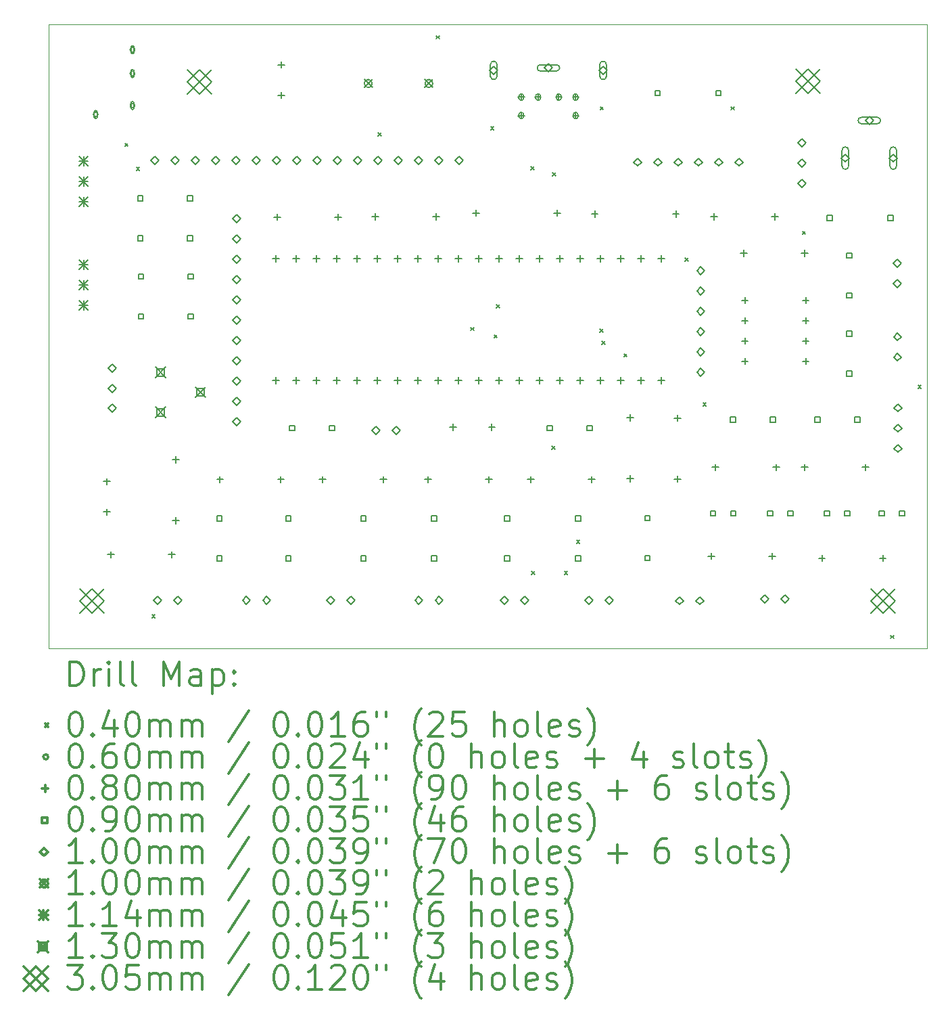
<source format=gbr>
%FSLAX45Y45*%
G04 Gerber Fmt 4.5, Leading zero omitted, Abs format (unit mm)*
G04 Created by KiCad (PCBNEW 4.0.5+dfsg1-4) date Sat Jul  7 08:12:18 2018*
%MOMM*%
%LPD*%
G01*
G04 APERTURE LIST*
%ADD10C,0.127000*%
%ADD11C,0.100000*%
%ADD12C,0.200000*%
%ADD13C,0.300000*%
G04 APERTURE END LIST*
D10*
D11*
X10000000Y-5593600D02*
X21000000Y-5593600D01*
X10000000Y-13393600D02*
X10000000Y-13093600D01*
X21000000Y-13393600D02*
X21000000Y-13093600D01*
X10000000Y-13093600D02*
X10000000Y-5593600D01*
X21000000Y-13393600D02*
X10000000Y-13393600D01*
X21000000Y-5593600D02*
X21000000Y-13093600D01*
D12*
X10955810Y-7079550D02*
X10995810Y-7119550D01*
X10995810Y-7079550D02*
X10955810Y-7119550D01*
X11098100Y-7376470D02*
X11138100Y-7416470D01*
X11138100Y-7376470D02*
X11098100Y-7416470D01*
X11294700Y-12977080D02*
X11334700Y-13017080D01*
X11334700Y-12977080D02*
X11294700Y-13017080D01*
X14124530Y-6950080D02*
X14164530Y-6990080D01*
X14164530Y-6950080D02*
X14124530Y-6990080D01*
X14852930Y-5733390D02*
X14892930Y-5773390D01*
X14892930Y-5733390D02*
X14852930Y-5773390D01*
X15283200Y-9382170D02*
X15323200Y-9422170D01*
X15323200Y-9382170D02*
X15283200Y-9422170D01*
X15535980Y-6873960D02*
X15575980Y-6913960D01*
X15575980Y-6873960D02*
X15535980Y-6913960D01*
X15577690Y-9475760D02*
X15617690Y-9515760D01*
X15617690Y-9475760D02*
X15577690Y-9515760D01*
X15608670Y-9094790D02*
X15648670Y-9134790D01*
X15648670Y-9094790D02*
X15608670Y-9134790D01*
X16036930Y-7371160D02*
X16076930Y-7411160D01*
X16076930Y-7371160D02*
X16036930Y-7411160D01*
X16049640Y-12434890D02*
X16089640Y-12474890D01*
X16089640Y-12434890D02*
X16049640Y-12474890D01*
X16299770Y-10865090D02*
X16339770Y-10905090D01*
X16339770Y-10865090D02*
X16299770Y-10905090D01*
X16310640Y-7446830D02*
X16350640Y-7486830D01*
X16350640Y-7446830D02*
X16310640Y-7486830D01*
X16458720Y-12434110D02*
X16498720Y-12474110D01*
X16498720Y-12434110D02*
X16458720Y-12474110D01*
X16612010Y-12043900D02*
X16652010Y-12083900D01*
X16652010Y-12043900D02*
X16612010Y-12083900D01*
X16905890Y-9402900D02*
X16945890Y-9442900D01*
X16945890Y-9402900D02*
X16905890Y-9442900D01*
X16907130Y-6621850D02*
X16947130Y-6661850D01*
X16947130Y-6621850D02*
X16907130Y-6661850D01*
X16925360Y-9556340D02*
X16965360Y-9596340D01*
X16965360Y-9556340D02*
X16925360Y-9596340D01*
X17204010Y-9711690D02*
X17244010Y-9751690D01*
X17244010Y-9711690D02*
X17204010Y-9751690D01*
X17972360Y-8514070D02*
X18012360Y-8554070D01*
X18012360Y-8514070D02*
X17972360Y-8554070D01*
X18194000Y-10324570D02*
X18234000Y-10364570D01*
X18234000Y-10324570D02*
X18194000Y-10364570D01*
X18543190Y-6621850D02*
X18583190Y-6661850D01*
X18583190Y-6621850D02*
X18543190Y-6661850D01*
X19439010Y-8180320D02*
X19479010Y-8220320D01*
X19479010Y-8180320D02*
X19439010Y-8220320D01*
X20543320Y-13233280D02*
X20583320Y-13273280D01*
X20583320Y-13233280D02*
X20543320Y-13273280D01*
X20886570Y-10105800D02*
X20926570Y-10145800D01*
X20926570Y-10105800D02*
X20886570Y-10145800D01*
X10620400Y-6718000D02*
G75*
G03X10620400Y-6718000I-30000J0D01*
G01*
X10570400Y-6688000D02*
X10570400Y-6748000D01*
X10610400Y-6688000D02*
X10610400Y-6748000D01*
X10570400Y-6748000D02*
G75*
G03X10610400Y-6748000I20000J0D01*
G01*
X10610400Y-6688000D02*
G75*
G03X10570400Y-6688000I-20000J0D01*
G01*
X11080400Y-5908000D02*
G75*
G03X11080400Y-5908000I-30000J0D01*
G01*
X11030400Y-5878000D02*
X11030400Y-5938000D01*
X11070400Y-5878000D02*
X11070400Y-5938000D01*
X11030400Y-5938000D02*
G75*
G03X11070400Y-5938000I20000J0D01*
G01*
X11070400Y-5878000D02*
G75*
G03X11030400Y-5878000I-20000J0D01*
G01*
X11080400Y-6208000D02*
G75*
G03X11080400Y-6208000I-30000J0D01*
G01*
X11030400Y-6178000D02*
X11030400Y-6238000D01*
X11070400Y-6178000D02*
X11070400Y-6238000D01*
X11030400Y-6238000D02*
G75*
G03X11070400Y-6238000I20000J0D01*
G01*
X11070400Y-6178000D02*
G75*
G03X11030400Y-6178000I-20000J0D01*
G01*
X11080400Y-6608000D02*
G75*
G03X11080400Y-6608000I-30000J0D01*
G01*
X11030400Y-6578000D02*
X11030400Y-6638000D01*
X11070400Y-6578000D02*
X11070400Y-6638000D01*
X11030400Y-6638000D02*
G75*
G03X11070400Y-6638000I20000J0D01*
G01*
X11070400Y-6578000D02*
G75*
G03X11030400Y-6578000I-20000J0D01*
G01*
X10731500Y-11270400D02*
X10731500Y-11350400D01*
X10691500Y-11310400D02*
X10771500Y-11310400D01*
X10731500Y-11650400D02*
X10731500Y-11730400D01*
X10691500Y-11690400D02*
X10771500Y-11690400D01*
X10782300Y-12183800D02*
X10782300Y-12263800D01*
X10742300Y-12223800D02*
X10822300Y-12223800D01*
X11544300Y-12183800D02*
X11544300Y-12263800D01*
X11504300Y-12223800D02*
X11584300Y-12223800D01*
X11595100Y-10996300D02*
X11595100Y-11076300D01*
X11555100Y-11036300D02*
X11635100Y-11036300D01*
X11595100Y-11758300D02*
X11595100Y-11838300D01*
X11555100Y-11798300D02*
X11635100Y-11798300D01*
X12147600Y-11244000D02*
X12147600Y-11324000D01*
X12107600Y-11284000D02*
X12187600Y-11284000D01*
X12846000Y-8481700D02*
X12846000Y-8561700D01*
X12806000Y-8521700D02*
X12886000Y-8521700D01*
X12846000Y-10005700D02*
X12846000Y-10085700D01*
X12806000Y-10045700D02*
X12886000Y-10045700D01*
X12865100Y-7961000D02*
X12865100Y-8041000D01*
X12825100Y-8001000D02*
X12905100Y-8001000D01*
X12909600Y-11244000D02*
X12909600Y-11324000D01*
X12869600Y-11284000D02*
X12949600Y-11284000D01*
X12915900Y-6057000D02*
X12915900Y-6137000D01*
X12875900Y-6097000D02*
X12955900Y-6097000D01*
X12915900Y-6437000D02*
X12915900Y-6517000D01*
X12875900Y-6477000D02*
X12955900Y-6477000D01*
X13100000Y-8481700D02*
X13100000Y-8561700D01*
X13060000Y-8521700D02*
X13140000Y-8521700D01*
X13100000Y-10005700D02*
X13100000Y-10085700D01*
X13060000Y-10045700D02*
X13140000Y-10045700D01*
X13354000Y-8481700D02*
X13354000Y-8561700D01*
X13314000Y-8521700D02*
X13394000Y-8521700D01*
X13354000Y-10005700D02*
X13354000Y-10085700D01*
X13314000Y-10045700D02*
X13394000Y-10045700D01*
X13430200Y-11244000D02*
X13430200Y-11324000D01*
X13390200Y-11284000D02*
X13470200Y-11284000D01*
X13608000Y-8481700D02*
X13608000Y-8561700D01*
X13568000Y-8521700D02*
X13648000Y-8521700D01*
X13608000Y-10005700D02*
X13608000Y-10085700D01*
X13568000Y-10045700D02*
X13648000Y-10045700D01*
X13627100Y-7961000D02*
X13627100Y-8041000D01*
X13587100Y-8001000D02*
X13667100Y-8001000D01*
X13862000Y-8481700D02*
X13862000Y-8561700D01*
X13822000Y-8521700D02*
X13902000Y-8521700D01*
X13862000Y-10005700D02*
X13862000Y-10085700D01*
X13822000Y-10045700D02*
X13902000Y-10045700D01*
X14090600Y-7954650D02*
X14090600Y-8034650D01*
X14050600Y-7994650D02*
X14130600Y-7994650D01*
X14116000Y-8481700D02*
X14116000Y-8561700D01*
X14076000Y-8521700D02*
X14156000Y-8521700D01*
X14116000Y-10005700D02*
X14116000Y-10085700D01*
X14076000Y-10045700D02*
X14156000Y-10045700D01*
X14192200Y-11244000D02*
X14192200Y-11324000D01*
X14152200Y-11284000D02*
X14232200Y-11284000D01*
X14370000Y-8481700D02*
X14370000Y-8561700D01*
X14330000Y-8521700D02*
X14410000Y-8521700D01*
X14370000Y-10005700D02*
X14370000Y-10085700D01*
X14330000Y-10045700D02*
X14410000Y-10045700D01*
X14624000Y-8481700D02*
X14624000Y-8561700D01*
X14584000Y-8521700D02*
X14664000Y-8521700D01*
X14624000Y-10005700D02*
X14624000Y-10085700D01*
X14584000Y-10045700D02*
X14664000Y-10045700D01*
X14751000Y-11244000D02*
X14751000Y-11324000D01*
X14711000Y-11284000D02*
X14791000Y-11284000D01*
X14852600Y-7954650D02*
X14852600Y-8034650D01*
X14812600Y-7994650D02*
X14892600Y-7994650D01*
X14878000Y-8481700D02*
X14878000Y-8561700D01*
X14838000Y-8521700D02*
X14918000Y-8521700D01*
X14878000Y-10005700D02*
X14878000Y-10085700D01*
X14838000Y-10045700D02*
X14918000Y-10045700D01*
X15063200Y-10589900D02*
X15063200Y-10669900D01*
X15023200Y-10629900D02*
X15103200Y-10629900D01*
X15132000Y-8481700D02*
X15132000Y-8561700D01*
X15092000Y-8521700D02*
X15172000Y-8521700D01*
X15132000Y-10005700D02*
X15132000Y-10085700D01*
X15092000Y-10045700D02*
X15172000Y-10045700D01*
X15354300Y-7910200D02*
X15354300Y-7990200D01*
X15314300Y-7950200D02*
X15394300Y-7950200D01*
X15386000Y-8481700D02*
X15386000Y-8561700D01*
X15346000Y-8521700D02*
X15426000Y-8521700D01*
X15386000Y-10005700D02*
X15386000Y-10085700D01*
X15346000Y-10045700D02*
X15426000Y-10045700D01*
X15513000Y-11244000D02*
X15513000Y-11324000D01*
X15473000Y-11284000D02*
X15553000Y-11284000D01*
X15551200Y-10589900D02*
X15551200Y-10669900D01*
X15511200Y-10629900D02*
X15591200Y-10629900D01*
X15640000Y-8481700D02*
X15640000Y-8561700D01*
X15600000Y-8521700D02*
X15680000Y-8521700D01*
X15640000Y-10005700D02*
X15640000Y-10085700D01*
X15600000Y-10045700D02*
X15680000Y-10045700D01*
X15894000Y-8481700D02*
X15894000Y-8561700D01*
X15854000Y-8521700D02*
X15934000Y-8521700D01*
X15894000Y-10005700D02*
X15894000Y-10085700D01*
X15854000Y-10045700D02*
X15934000Y-10045700D01*
X15919000Y-6461600D02*
X15919000Y-6541600D01*
X15879000Y-6501600D02*
X15959000Y-6501600D01*
X15949000Y-6511600D02*
X15949000Y-6491600D01*
X15889000Y-6511600D02*
X15889000Y-6491600D01*
X15949000Y-6491600D02*
G75*
G03X15889000Y-6491600I-30000J0D01*
G01*
X15889000Y-6511600D02*
G75*
G03X15949000Y-6511600I30000J0D01*
G01*
X15919000Y-6691600D02*
X15919000Y-6771600D01*
X15879000Y-6731600D02*
X15959000Y-6731600D01*
X15949000Y-6741600D02*
X15949000Y-6721600D01*
X15889000Y-6741600D02*
X15889000Y-6721600D01*
X15949000Y-6721600D02*
G75*
G03X15889000Y-6721600I-30000J0D01*
G01*
X15889000Y-6741600D02*
G75*
G03X15949000Y-6741600I30000J0D01*
G01*
X16040100Y-11244000D02*
X16040100Y-11324000D01*
X16000100Y-11284000D02*
X16080100Y-11284000D01*
X16129000Y-6461600D02*
X16129000Y-6541600D01*
X16089000Y-6501600D02*
X16169000Y-6501600D01*
X16159000Y-6511600D02*
X16159000Y-6491600D01*
X16099000Y-6511600D02*
X16099000Y-6491600D01*
X16159000Y-6491600D02*
G75*
G03X16099000Y-6491600I-30000J0D01*
G01*
X16099000Y-6511600D02*
G75*
G03X16159000Y-6511600I30000J0D01*
G01*
X16148000Y-8481700D02*
X16148000Y-8561700D01*
X16108000Y-8521700D02*
X16188000Y-8521700D01*
X16148000Y-10005700D02*
X16148000Y-10085700D01*
X16108000Y-10045700D02*
X16188000Y-10045700D01*
X16370300Y-7910200D02*
X16370300Y-7990200D01*
X16330300Y-7950200D02*
X16410300Y-7950200D01*
X16389000Y-6461600D02*
X16389000Y-6541600D01*
X16349000Y-6501600D02*
X16429000Y-6501600D01*
X16419000Y-6511600D02*
X16419000Y-6491600D01*
X16359000Y-6511600D02*
X16359000Y-6491600D01*
X16419000Y-6491600D02*
G75*
G03X16359000Y-6491600I-30000J0D01*
G01*
X16359000Y-6511600D02*
G75*
G03X16419000Y-6511600I30000J0D01*
G01*
X16402000Y-8481700D02*
X16402000Y-8561700D01*
X16362000Y-8521700D02*
X16442000Y-8521700D01*
X16402000Y-10005700D02*
X16402000Y-10085700D01*
X16362000Y-10045700D02*
X16442000Y-10045700D01*
X16599000Y-6461600D02*
X16599000Y-6541600D01*
X16559000Y-6501600D02*
X16639000Y-6501600D01*
X16629000Y-6511600D02*
X16629000Y-6491600D01*
X16569000Y-6511600D02*
X16569000Y-6491600D01*
X16629000Y-6491600D02*
G75*
G03X16569000Y-6491600I-30000J0D01*
G01*
X16569000Y-6511600D02*
G75*
G03X16629000Y-6511600I30000J0D01*
G01*
X16599000Y-6691600D02*
X16599000Y-6771600D01*
X16559000Y-6731600D02*
X16639000Y-6731600D01*
X16629000Y-6741600D02*
X16629000Y-6721600D01*
X16569000Y-6741600D02*
X16569000Y-6721600D01*
X16629000Y-6721600D02*
G75*
G03X16569000Y-6721600I-30000J0D01*
G01*
X16569000Y-6741600D02*
G75*
G03X16629000Y-6741600I30000J0D01*
G01*
X16656000Y-8481700D02*
X16656000Y-8561700D01*
X16616000Y-8521700D02*
X16696000Y-8521700D01*
X16656000Y-10005700D02*
X16656000Y-10085700D01*
X16616000Y-10045700D02*
X16696000Y-10045700D01*
X16802100Y-11244000D02*
X16802100Y-11324000D01*
X16762100Y-11284000D02*
X16842100Y-11284000D01*
X16840200Y-7922900D02*
X16840200Y-8002900D01*
X16800200Y-7962900D02*
X16880200Y-7962900D01*
X16910000Y-8481700D02*
X16910000Y-8561700D01*
X16870000Y-8521700D02*
X16950000Y-8521700D01*
X16910000Y-10005700D02*
X16910000Y-10085700D01*
X16870000Y-10045700D02*
X16950000Y-10045700D01*
X17164000Y-8481700D02*
X17164000Y-8561700D01*
X17124000Y-8521700D02*
X17204000Y-8521700D01*
X17164000Y-10005700D02*
X17164000Y-10085700D01*
X17124000Y-10045700D02*
X17204000Y-10045700D01*
X17284700Y-10469200D02*
X17284700Y-10549200D01*
X17244700Y-10509200D02*
X17324700Y-10509200D01*
X17284700Y-11231200D02*
X17284700Y-11311200D01*
X17244700Y-11271200D02*
X17324700Y-11271200D01*
X17418000Y-8481700D02*
X17418000Y-8561700D01*
X17378000Y-8521700D02*
X17458000Y-8521700D01*
X17418000Y-10005700D02*
X17418000Y-10085700D01*
X17378000Y-10045700D02*
X17458000Y-10045700D01*
X17672000Y-8481700D02*
X17672000Y-8561700D01*
X17632000Y-8521700D02*
X17712000Y-8521700D01*
X17672000Y-10005700D02*
X17672000Y-10085700D01*
X17632000Y-10045700D02*
X17712000Y-10045700D01*
X17856200Y-7922900D02*
X17856200Y-8002900D01*
X17816200Y-7962900D02*
X17896200Y-7962900D01*
X17875200Y-10475600D02*
X17875200Y-10555600D01*
X17835200Y-10515600D02*
X17915200Y-10515600D01*
X17875200Y-11237600D02*
X17875200Y-11317600D01*
X17835200Y-11277600D02*
X17915200Y-11277600D01*
X18300700Y-12202800D02*
X18300700Y-12282800D01*
X18260700Y-12242800D02*
X18340700Y-12242800D01*
X18332400Y-7954650D02*
X18332400Y-8034650D01*
X18292400Y-7994650D02*
X18372400Y-7994650D01*
X18351500Y-11091600D02*
X18351500Y-11171600D01*
X18311500Y-11131600D02*
X18391500Y-11131600D01*
X18707100Y-8411850D02*
X18707100Y-8491850D01*
X18667100Y-8451850D02*
X18747100Y-8451850D01*
X18719800Y-9002400D02*
X18719800Y-9082400D01*
X18679800Y-9042400D02*
X18759800Y-9042400D01*
X18719800Y-9256400D02*
X18719800Y-9336400D01*
X18679800Y-9296400D02*
X18759800Y-9296400D01*
X18719800Y-9510400D02*
X18719800Y-9590400D01*
X18679800Y-9550400D02*
X18759800Y-9550400D01*
X18719800Y-9764400D02*
X18719800Y-9844400D01*
X18679800Y-9804400D02*
X18759800Y-9804400D01*
X19062700Y-12202800D02*
X19062700Y-12282800D01*
X19022700Y-12242800D02*
X19102700Y-12242800D01*
X19094400Y-7954650D02*
X19094400Y-8034650D01*
X19054400Y-7994650D02*
X19134400Y-7994650D01*
X19113500Y-11091600D02*
X19113500Y-11171600D01*
X19073500Y-11131600D02*
X19153500Y-11131600D01*
X19469100Y-8411850D02*
X19469100Y-8491850D01*
X19429100Y-8451850D02*
X19509100Y-8451850D01*
X19469100Y-11091600D02*
X19469100Y-11171600D01*
X19429100Y-11131600D02*
X19509100Y-11131600D01*
X19481800Y-9002400D02*
X19481800Y-9082400D01*
X19441800Y-9042400D02*
X19521800Y-9042400D01*
X19481800Y-9256400D02*
X19481800Y-9336400D01*
X19441800Y-9296400D02*
X19521800Y-9296400D01*
X19481800Y-9510400D02*
X19481800Y-9590400D01*
X19441800Y-9550400D02*
X19521800Y-9550400D01*
X19481800Y-9764400D02*
X19481800Y-9844400D01*
X19441800Y-9804400D02*
X19521800Y-9804400D01*
X19685000Y-12228200D02*
X19685000Y-12308200D01*
X19645000Y-12268200D02*
X19725000Y-12268200D01*
X20231100Y-11091600D02*
X20231100Y-11171600D01*
X20191100Y-11131600D02*
X20271100Y-11131600D01*
X20447000Y-12228200D02*
X20447000Y-12308200D01*
X20407000Y-12268200D02*
X20487000Y-12268200D01*
X11182420Y-7797870D02*
X11182420Y-7734230D01*
X11118780Y-7734230D01*
X11118780Y-7797870D01*
X11182420Y-7797870D01*
X11182420Y-8297870D02*
X11182420Y-8234230D01*
X11118780Y-8234230D01*
X11118780Y-8297870D01*
X11182420Y-8297870D01*
X11188820Y-8777420D02*
X11188820Y-8713780D01*
X11125180Y-8713780D01*
X11125180Y-8777420D01*
X11188820Y-8777420D01*
X11188820Y-9277420D02*
X11188820Y-9213780D01*
X11125180Y-9213780D01*
X11125180Y-9277420D01*
X11188820Y-9277420D01*
X11804720Y-7797870D02*
X11804720Y-7734230D01*
X11741080Y-7734230D01*
X11741080Y-7797870D01*
X11804720Y-7797870D01*
X11804720Y-8297870D02*
X11804720Y-8234230D01*
X11741080Y-8234230D01*
X11741080Y-8297870D01*
X11804720Y-8297870D01*
X11811020Y-8777420D02*
X11811020Y-8713780D01*
X11747380Y-8713780D01*
X11747380Y-8777420D01*
X11811020Y-8777420D01*
X11811020Y-9277420D02*
X11811020Y-9213780D01*
X11747380Y-9213780D01*
X11747380Y-9277420D01*
X11811020Y-9277420D01*
X12173020Y-11804720D02*
X12173020Y-11741080D01*
X12109380Y-11741080D01*
X12109380Y-11804720D01*
X12173020Y-11804720D01*
X12173020Y-12304720D02*
X12173020Y-12241080D01*
X12109380Y-12241080D01*
X12109380Y-12304720D01*
X12173020Y-12304720D01*
X13036620Y-11804720D02*
X13036620Y-11741080D01*
X12972980Y-11741080D01*
X12972980Y-11804720D01*
X13036620Y-11804720D01*
X13036620Y-12304720D02*
X13036620Y-12241080D01*
X12972980Y-12241080D01*
X12972980Y-12304720D01*
X13036620Y-12304720D01*
X13081020Y-10674420D02*
X13081020Y-10610780D01*
X13017380Y-10610780D01*
X13017380Y-10674420D01*
X13081020Y-10674420D01*
X13581020Y-10674420D02*
X13581020Y-10610780D01*
X13517380Y-10610780D01*
X13517380Y-10674420D01*
X13581020Y-10674420D01*
X13976420Y-11804720D02*
X13976420Y-11741080D01*
X13912780Y-11741080D01*
X13912780Y-11804720D01*
X13976420Y-11804720D01*
X13976420Y-12304720D02*
X13976420Y-12241080D01*
X13912780Y-12241080D01*
X13912780Y-12304720D01*
X13976420Y-12304720D01*
X14859020Y-11804720D02*
X14859020Y-11741080D01*
X14795380Y-11741080D01*
X14795380Y-11804720D01*
X14859020Y-11804720D01*
X14859020Y-12304720D02*
X14859020Y-12241080D01*
X14795380Y-12241080D01*
X14795380Y-12304720D01*
X14859020Y-12304720D01*
X15773420Y-11804720D02*
X15773420Y-11741080D01*
X15709780Y-11741080D01*
X15709780Y-11804720D01*
X15773420Y-11804720D01*
X15773420Y-12304720D02*
X15773420Y-12241080D01*
X15709780Y-12241080D01*
X15709780Y-12304720D01*
X15773420Y-12304720D01*
X16308520Y-10674420D02*
X16308520Y-10610780D01*
X16244880Y-10610780D01*
X16244880Y-10674420D01*
X16308520Y-10674420D01*
X16662420Y-11804720D02*
X16662420Y-11741080D01*
X16598780Y-11741080D01*
X16598780Y-11804720D01*
X16662420Y-11804720D01*
X16662420Y-12304720D02*
X16662420Y-12241080D01*
X16598780Y-12241080D01*
X16598780Y-12304720D01*
X16662420Y-12304720D01*
X16808520Y-10674420D02*
X16808520Y-10610780D01*
X16744880Y-10610780D01*
X16744880Y-10674420D01*
X16808520Y-10674420D01*
X17532420Y-11798420D02*
X17532420Y-11734780D01*
X17468780Y-11734780D01*
X17468780Y-11798420D01*
X17532420Y-11798420D01*
X17532420Y-12298420D02*
X17532420Y-12234780D01*
X17468780Y-12234780D01*
X17468780Y-12298420D01*
X17532420Y-12298420D01*
X17659420Y-6483420D02*
X17659420Y-6419780D01*
X17595780Y-6419780D01*
X17595780Y-6483420D01*
X17659420Y-6483420D01*
X18351620Y-11741220D02*
X18351620Y-11677580D01*
X18287980Y-11677580D01*
X18287980Y-11741220D01*
X18351620Y-11741220D01*
X18421420Y-6483420D02*
X18421420Y-6419780D01*
X18357780Y-6419780D01*
X18357780Y-6483420D01*
X18421420Y-6483420D01*
X18600820Y-10566420D02*
X18600820Y-10502780D01*
X18537180Y-10502780D01*
X18537180Y-10566420D01*
X18600820Y-10566420D01*
X18605620Y-11741220D02*
X18605620Y-11677580D01*
X18541980Y-11677580D01*
X18541980Y-11741220D01*
X18605620Y-11741220D01*
X19069120Y-11741220D02*
X19069120Y-11677580D01*
X19005480Y-11677580D01*
X19005480Y-11741220D01*
X19069120Y-11741220D01*
X19100820Y-10566420D02*
X19100820Y-10502780D01*
X19037180Y-10502780D01*
X19037180Y-10566420D01*
X19100820Y-10566420D01*
X19323120Y-11741220D02*
X19323120Y-11677580D01*
X19259480Y-11677580D01*
X19259480Y-11741220D01*
X19323120Y-11741220D01*
X19661320Y-10566420D02*
X19661320Y-10502780D01*
X19597680Y-10502780D01*
X19597680Y-10566420D01*
X19661320Y-10566420D01*
X19780320Y-11741220D02*
X19780320Y-11677580D01*
X19716680Y-11677580D01*
X19716680Y-11741220D01*
X19780320Y-11741220D01*
X19812020Y-8045520D02*
X19812020Y-7981880D01*
X19748380Y-7981880D01*
X19748380Y-8045520D01*
X19812020Y-8045520D01*
X20034320Y-11741220D02*
X20034320Y-11677580D01*
X19970680Y-11677580D01*
X19970680Y-11741220D01*
X20034320Y-11741220D01*
X20059720Y-8515420D02*
X20059720Y-8451780D01*
X19996080Y-8451780D01*
X19996080Y-8515420D01*
X20059720Y-8515420D01*
X20059720Y-9015420D02*
X20059720Y-8951780D01*
X19996080Y-8951780D01*
X19996080Y-9015420D01*
X20059720Y-9015420D01*
X20059720Y-9493320D02*
X20059720Y-9429680D01*
X19996080Y-9429680D01*
X19996080Y-9493320D01*
X20059720Y-9493320D01*
X20059720Y-9993320D02*
X20059720Y-9929680D01*
X19996080Y-9929680D01*
X19996080Y-9993320D01*
X20059720Y-9993320D01*
X20161320Y-10566420D02*
X20161320Y-10502780D01*
X20097680Y-10502780D01*
X20097680Y-10566420D01*
X20161320Y-10566420D01*
X20466120Y-11741220D02*
X20466120Y-11677580D01*
X20402480Y-11677580D01*
X20402480Y-11741220D01*
X20466120Y-11741220D01*
X20574020Y-8045520D02*
X20574020Y-7981880D01*
X20510380Y-7981880D01*
X20510380Y-8045520D01*
X20574020Y-8045520D01*
X20720120Y-11741220D02*
X20720120Y-11677580D01*
X20656480Y-11677580D01*
X20656480Y-11741220D01*
X20720120Y-11741220D01*
X10795000Y-9943300D02*
X10845000Y-9893300D01*
X10795000Y-9843300D01*
X10745000Y-9893300D01*
X10795000Y-9943300D01*
X10795000Y-10193300D02*
X10845000Y-10143300D01*
X10795000Y-10093300D01*
X10745000Y-10143300D01*
X10795000Y-10193300D01*
X10795000Y-10443300D02*
X10845000Y-10393300D01*
X10795000Y-10343300D01*
X10745000Y-10393300D01*
X10795000Y-10443300D01*
X11328400Y-7346150D02*
X11378400Y-7296150D01*
X11328400Y-7246150D01*
X11278400Y-7296150D01*
X11328400Y-7346150D01*
X11366500Y-12845200D02*
X11416500Y-12795200D01*
X11366500Y-12745200D01*
X11316500Y-12795200D01*
X11366500Y-12845200D01*
X11582400Y-7346150D02*
X11632400Y-7296150D01*
X11582400Y-7246150D01*
X11532400Y-7296150D01*
X11582400Y-7346150D01*
X11620500Y-12845200D02*
X11670500Y-12795200D01*
X11620500Y-12745200D01*
X11570500Y-12795200D01*
X11620500Y-12845200D01*
X11836400Y-7346150D02*
X11886400Y-7296150D01*
X11836400Y-7246150D01*
X11786400Y-7296150D01*
X11836400Y-7346150D01*
X12090400Y-7346150D02*
X12140400Y-7296150D01*
X12090400Y-7246150D01*
X12040400Y-7296150D01*
X12090400Y-7346150D01*
X12344400Y-7346150D02*
X12394400Y-7296150D01*
X12344400Y-7246150D01*
X12294400Y-7296150D01*
X12344400Y-7346150D01*
X12357100Y-8070000D02*
X12407100Y-8020000D01*
X12357100Y-7970000D01*
X12307100Y-8020000D01*
X12357100Y-8070000D01*
X12357100Y-8324000D02*
X12407100Y-8274000D01*
X12357100Y-8224000D01*
X12307100Y-8274000D01*
X12357100Y-8324000D01*
X12357100Y-8578000D02*
X12407100Y-8528000D01*
X12357100Y-8478000D01*
X12307100Y-8528000D01*
X12357100Y-8578000D01*
X12357100Y-8832000D02*
X12407100Y-8782000D01*
X12357100Y-8732000D01*
X12307100Y-8782000D01*
X12357100Y-8832000D01*
X12357100Y-9086000D02*
X12407100Y-9036000D01*
X12357100Y-8986000D01*
X12307100Y-9036000D01*
X12357100Y-9086000D01*
X12357100Y-9340000D02*
X12407100Y-9290000D01*
X12357100Y-9240000D01*
X12307100Y-9290000D01*
X12357100Y-9340000D01*
X12357100Y-9594000D02*
X12407100Y-9544000D01*
X12357100Y-9494000D01*
X12307100Y-9544000D01*
X12357100Y-9594000D01*
X12357100Y-9848000D02*
X12407100Y-9798000D01*
X12357100Y-9748000D01*
X12307100Y-9798000D01*
X12357100Y-9848000D01*
X12357100Y-10102000D02*
X12407100Y-10052000D01*
X12357100Y-10002000D01*
X12307100Y-10052000D01*
X12357100Y-10102000D01*
X12357100Y-10356000D02*
X12407100Y-10306000D01*
X12357100Y-10256000D01*
X12307100Y-10306000D01*
X12357100Y-10356000D01*
X12357100Y-10610000D02*
X12407100Y-10560000D01*
X12357100Y-10510000D01*
X12307100Y-10560000D01*
X12357100Y-10610000D01*
X12477800Y-12845200D02*
X12527800Y-12795200D01*
X12477800Y-12745200D01*
X12427800Y-12795200D01*
X12477800Y-12845200D01*
X12598400Y-7346150D02*
X12648400Y-7296150D01*
X12598400Y-7246150D01*
X12548400Y-7296150D01*
X12598400Y-7346150D01*
X12731800Y-12845200D02*
X12781800Y-12795200D01*
X12731800Y-12745200D01*
X12681800Y-12795200D01*
X12731800Y-12845200D01*
X12852400Y-7346150D02*
X12902400Y-7296150D01*
X12852400Y-7246150D01*
X12802400Y-7296150D01*
X12852400Y-7346150D01*
X13106400Y-7346150D02*
X13156400Y-7296150D01*
X13106400Y-7246150D01*
X13056400Y-7296150D01*
X13106400Y-7346150D01*
X13360400Y-7346150D02*
X13410400Y-7296150D01*
X13360400Y-7246150D01*
X13310400Y-7296150D01*
X13360400Y-7346150D01*
X13531800Y-12845200D02*
X13581800Y-12795200D01*
X13531800Y-12745200D01*
X13481800Y-12795200D01*
X13531800Y-12845200D01*
X13614400Y-7346150D02*
X13664400Y-7296150D01*
X13614400Y-7246150D01*
X13564400Y-7296150D01*
X13614400Y-7346150D01*
X13785800Y-12845200D02*
X13835800Y-12795200D01*
X13785800Y-12745200D01*
X13735800Y-12795200D01*
X13785800Y-12845200D01*
X13868400Y-7346150D02*
X13918400Y-7296150D01*
X13868400Y-7246150D01*
X13818400Y-7296150D01*
X13868400Y-7346150D01*
X14097000Y-10724400D02*
X14147000Y-10674400D01*
X14097000Y-10624400D01*
X14047000Y-10674400D01*
X14097000Y-10724400D01*
X14122400Y-7346150D02*
X14172400Y-7296150D01*
X14122400Y-7246150D01*
X14072400Y-7296150D01*
X14122400Y-7346150D01*
X14351000Y-10724400D02*
X14401000Y-10674400D01*
X14351000Y-10624400D01*
X14301000Y-10674400D01*
X14351000Y-10724400D01*
X14376400Y-7346150D02*
X14426400Y-7296150D01*
X14376400Y-7246150D01*
X14326400Y-7296150D01*
X14376400Y-7346150D01*
X14630400Y-7346150D02*
X14680400Y-7296150D01*
X14630400Y-7246150D01*
X14580400Y-7296150D01*
X14630400Y-7346150D01*
X14636800Y-12845200D02*
X14686800Y-12795200D01*
X14636800Y-12745200D01*
X14586800Y-12795200D01*
X14636800Y-12845200D01*
X14884400Y-7346150D02*
X14934400Y-7296150D01*
X14884400Y-7246150D01*
X14834400Y-7296150D01*
X14884400Y-7346150D01*
X14890800Y-12845200D02*
X14940800Y-12795200D01*
X14890800Y-12745200D01*
X14840800Y-12795200D01*
X14890800Y-12845200D01*
X15138400Y-7346150D02*
X15188400Y-7296150D01*
X15138400Y-7246150D01*
X15088400Y-7296150D01*
X15138400Y-7346150D01*
X15574000Y-6216600D02*
X15624000Y-6166600D01*
X15574000Y-6116600D01*
X15524000Y-6166600D01*
X15574000Y-6216600D01*
X15614000Y-6241600D02*
X15614000Y-6091600D01*
X15534000Y-6241600D02*
X15534000Y-6091600D01*
X15614000Y-6091600D02*
G75*
G03X15534000Y-6091600I-40000J0D01*
G01*
X15534000Y-6241600D02*
G75*
G03X15614000Y-6241600I40000J0D01*
G01*
X15709900Y-12845200D02*
X15759900Y-12795200D01*
X15709900Y-12745200D01*
X15659900Y-12795200D01*
X15709900Y-12845200D01*
X15963900Y-12845200D02*
X16013900Y-12795200D01*
X15963900Y-12745200D01*
X15913900Y-12795200D01*
X15963900Y-12845200D01*
X16259000Y-6186600D02*
X16309000Y-6136600D01*
X16259000Y-6086600D01*
X16209000Y-6136600D01*
X16259000Y-6186600D01*
X16359000Y-6096600D02*
X16159000Y-6096600D01*
X16359000Y-6176600D02*
X16159000Y-6176600D01*
X16159000Y-6096600D02*
G75*
G03X16159000Y-6176600I0J-40000D01*
G01*
X16359000Y-6176600D02*
G75*
G03X16359000Y-6096600I0J40000D01*
G01*
X16764000Y-12845200D02*
X16814000Y-12795200D01*
X16764000Y-12745200D01*
X16714000Y-12795200D01*
X16764000Y-12845200D01*
X16944000Y-6216600D02*
X16994000Y-6166600D01*
X16944000Y-6116600D01*
X16894000Y-6166600D01*
X16944000Y-6216600D01*
X16984000Y-6241600D02*
X16984000Y-6091600D01*
X16904000Y-6241600D02*
X16904000Y-6091600D01*
X16984000Y-6091600D02*
G75*
G03X16904000Y-6091600I-40000J0D01*
G01*
X16904000Y-6241600D02*
G75*
G03X16984000Y-6241600I40000J0D01*
G01*
X17018000Y-12845200D02*
X17068000Y-12795200D01*
X17018000Y-12745200D01*
X16968000Y-12795200D01*
X17018000Y-12845200D01*
X17373600Y-7365200D02*
X17423600Y-7315200D01*
X17373600Y-7265200D01*
X17323600Y-7315200D01*
X17373600Y-7365200D01*
X17627600Y-7365200D02*
X17677600Y-7315200D01*
X17627600Y-7265200D01*
X17577600Y-7315200D01*
X17627600Y-7365200D01*
X17881600Y-7365200D02*
X17931600Y-7315200D01*
X17881600Y-7265200D01*
X17831600Y-7315200D01*
X17881600Y-7365200D01*
X17900600Y-12851600D02*
X17950600Y-12801600D01*
X17900600Y-12751600D01*
X17850600Y-12801600D01*
X17900600Y-12851600D01*
X18135600Y-7365200D02*
X18185600Y-7315200D01*
X18135600Y-7265200D01*
X18085600Y-7315200D01*
X18135600Y-7365200D01*
X18154600Y-12851600D02*
X18204600Y-12801600D01*
X18154600Y-12751600D01*
X18104600Y-12801600D01*
X18154600Y-12851600D01*
X18167400Y-8724100D02*
X18217400Y-8674100D01*
X18167400Y-8624100D01*
X18117400Y-8674100D01*
X18167400Y-8724100D01*
X18167400Y-8978100D02*
X18217400Y-8928100D01*
X18167400Y-8878100D01*
X18117400Y-8928100D01*
X18167400Y-8978100D01*
X18167400Y-9232100D02*
X18217400Y-9182100D01*
X18167400Y-9132100D01*
X18117400Y-9182100D01*
X18167400Y-9232100D01*
X18167400Y-9486100D02*
X18217400Y-9436100D01*
X18167400Y-9386100D01*
X18117400Y-9436100D01*
X18167400Y-9486100D01*
X18167400Y-9740100D02*
X18217400Y-9690100D01*
X18167400Y-9640100D01*
X18117400Y-9690100D01*
X18167400Y-9740100D01*
X18167400Y-9994100D02*
X18217400Y-9944100D01*
X18167400Y-9894100D01*
X18117400Y-9944100D01*
X18167400Y-9994100D01*
X18389600Y-7365200D02*
X18439600Y-7315200D01*
X18389600Y-7265200D01*
X18339600Y-7315200D01*
X18389600Y-7365200D01*
X18643600Y-7365200D02*
X18693600Y-7315200D01*
X18643600Y-7265200D01*
X18593600Y-7315200D01*
X18643600Y-7365200D01*
X18967400Y-12832600D02*
X19017400Y-12782600D01*
X18967400Y-12732600D01*
X18917400Y-12782600D01*
X18967400Y-12832600D01*
X19221400Y-12832600D02*
X19271400Y-12782600D01*
X19221400Y-12732600D01*
X19171400Y-12782600D01*
X19221400Y-12832600D01*
X19431000Y-7123900D02*
X19481000Y-7073900D01*
X19431000Y-7023900D01*
X19381000Y-7073900D01*
X19431000Y-7123900D01*
X19431000Y-7377900D02*
X19481000Y-7327900D01*
X19431000Y-7277900D01*
X19381000Y-7327900D01*
X19431000Y-7377900D01*
X19431000Y-7631900D02*
X19481000Y-7581900D01*
X19431000Y-7531900D01*
X19381000Y-7581900D01*
X19431000Y-7631900D01*
X19977100Y-7314400D02*
X20027100Y-7264400D01*
X19977100Y-7214400D01*
X19927100Y-7264400D01*
X19977100Y-7314400D01*
X20017100Y-7364400D02*
X20017100Y-7164400D01*
X19937100Y-7364400D02*
X19937100Y-7164400D01*
X20017100Y-7164400D02*
G75*
G03X19937100Y-7164400I-40000J0D01*
G01*
X19937100Y-7364400D02*
G75*
G03X20017100Y-7364400I40000J0D01*
G01*
X20277100Y-6844400D02*
X20327100Y-6794400D01*
X20277100Y-6744400D01*
X20227100Y-6794400D01*
X20277100Y-6844400D01*
X20377100Y-6754400D02*
X20177100Y-6754400D01*
X20377100Y-6834400D02*
X20177100Y-6834400D01*
X20177100Y-6754400D02*
G75*
G03X20177100Y-6834400I0J-40000D01*
G01*
X20377100Y-6834400D02*
G75*
G03X20377100Y-6754400I0J40000D01*
G01*
X20577100Y-7314400D02*
X20627100Y-7264400D01*
X20577100Y-7214400D01*
X20527100Y-7264400D01*
X20577100Y-7314400D01*
X20617100Y-7364400D02*
X20617100Y-7164400D01*
X20537100Y-7364400D02*
X20537100Y-7164400D01*
X20617100Y-7164400D02*
G75*
G03X20537100Y-7164400I-40000J0D01*
G01*
X20537100Y-7364400D02*
G75*
G03X20617100Y-7364400I40000J0D01*
G01*
X20624800Y-8628850D02*
X20674800Y-8578850D01*
X20624800Y-8528850D01*
X20574800Y-8578850D01*
X20624800Y-8628850D01*
X20624800Y-8882850D02*
X20674800Y-8832850D01*
X20624800Y-8782850D01*
X20574800Y-8832850D01*
X20624800Y-8882850D01*
X20631200Y-9549600D02*
X20681200Y-9499600D01*
X20631200Y-9449600D01*
X20581200Y-9499600D01*
X20631200Y-9549600D01*
X20631200Y-9803600D02*
X20681200Y-9753600D01*
X20631200Y-9703600D01*
X20581200Y-9753600D01*
X20631200Y-9803600D01*
X20637500Y-10438600D02*
X20687500Y-10388600D01*
X20637500Y-10338600D01*
X20587500Y-10388600D01*
X20637500Y-10438600D01*
X20637500Y-10692600D02*
X20687500Y-10642600D01*
X20637500Y-10592600D01*
X20587500Y-10642600D01*
X20637500Y-10692600D01*
X20637500Y-10946600D02*
X20687500Y-10896600D01*
X20637500Y-10846600D01*
X20587500Y-10896600D01*
X20637500Y-10946600D01*
X13952778Y-6280912D02*
X14052854Y-6380988D01*
X14052854Y-6280912D02*
X13952778Y-6380988D01*
X14052854Y-6330950D02*
G75*
G03X14052854Y-6330950I-50038J0D01*
G01*
X14712746Y-6280912D02*
X14812822Y-6380988D01*
X14812822Y-6280912D02*
X14712746Y-6380988D01*
X14812822Y-6330950D02*
G75*
G03X14812822Y-6330950I-50038J0D01*
G01*
X10382250Y-7245350D02*
X10496550Y-7359650D01*
X10496550Y-7245350D02*
X10382250Y-7359650D01*
X10439400Y-7245350D02*
X10439400Y-7359650D01*
X10382250Y-7302500D02*
X10496550Y-7302500D01*
X10382250Y-7499350D02*
X10496550Y-7613650D01*
X10496550Y-7499350D02*
X10382250Y-7613650D01*
X10439400Y-7499350D02*
X10439400Y-7613650D01*
X10382250Y-7556500D02*
X10496550Y-7556500D01*
X10382250Y-7753350D02*
X10496550Y-7867650D01*
X10496550Y-7753350D02*
X10382250Y-7867650D01*
X10439400Y-7753350D02*
X10439400Y-7867650D01*
X10382250Y-7810500D02*
X10496550Y-7810500D01*
X10382250Y-8540750D02*
X10496550Y-8655050D01*
X10496550Y-8540750D02*
X10382250Y-8655050D01*
X10439400Y-8540750D02*
X10439400Y-8655050D01*
X10382250Y-8597900D02*
X10496550Y-8597900D01*
X10382250Y-8794750D02*
X10496550Y-8909050D01*
X10496550Y-8794750D02*
X10382250Y-8909050D01*
X10439400Y-8794750D02*
X10439400Y-8909050D01*
X10382250Y-8851900D02*
X10496550Y-8851900D01*
X10382250Y-9048750D02*
X10496550Y-9163050D01*
X10496550Y-9048750D02*
X10382250Y-9163050D01*
X10439400Y-9048750D02*
X10439400Y-9163050D01*
X10382250Y-9105900D02*
X10496550Y-9105900D01*
X11339600Y-9879100D02*
X11469600Y-10009100D01*
X11469600Y-9879100D02*
X11339600Y-10009100D01*
X11450562Y-9990062D02*
X11450562Y-9898138D01*
X11358638Y-9898138D01*
X11358638Y-9990062D01*
X11450562Y-9990062D01*
X11339600Y-10379100D02*
X11469600Y-10509100D01*
X11469600Y-10379100D02*
X11339600Y-10509100D01*
X11450562Y-10490062D02*
X11450562Y-10398138D01*
X11358638Y-10398138D01*
X11358638Y-10490062D01*
X11450562Y-10490062D01*
X11839600Y-10129100D02*
X11969600Y-10259100D01*
X11969600Y-10129100D02*
X11839600Y-10259100D01*
X11950562Y-10240062D02*
X11950562Y-10148138D01*
X11858638Y-10148138D01*
X11858638Y-10240062D01*
X11950562Y-10240062D01*
X10388600Y-12649200D02*
X10693400Y-12954000D01*
X10693400Y-12649200D02*
X10388600Y-12954000D01*
X10541000Y-12954000D02*
X10693400Y-12801600D01*
X10541000Y-12649200D01*
X10388600Y-12801600D01*
X10541000Y-12954000D01*
X11741200Y-6159500D02*
X12046000Y-6464300D01*
X12046000Y-6159500D02*
X11741200Y-6464300D01*
X11893600Y-6464300D02*
X12046000Y-6311900D01*
X11893600Y-6159500D01*
X11741200Y-6311900D01*
X11893600Y-6464300D01*
X19354800Y-6146800D02*
X19659600Y-6451600D01*
X19659600Y-6146800D02*
X19354800Y-6451600D01*
X19507200Y-6451600D02*
X19659600Y-6299200D01*
X19507200Y-6146800D01*
X19354800Y-6299200D01*
X19507200Y-6451600D01*
X20294600Y-12649200D02*
X20599400Y-12954000D01*
X20599400Y-12649200D02*
X20294600Y-12954000D01*
X20447000Y-12954000D02*
X20599400Y-12801600D01*
X20447000Y-12649200D01*
X20294600Y-12801600D01*
X20447000Y-12954000D01*
D13*
X10266429Y-13864314D02*
X10266429Y-13564314D01*
X10337857Y-13564314D01*
X10380714Y-13578600D01*
X10409286Y-13607171D01*
X10423571Y-13635743D01*
X10437857Y-13692886D01*
X10437857Y-13735743D01*
X10423571Y-13792886D01*
X10409286Y-13821457D01*
X10380714Y-13850029D01*
X10337857Y-13864314D01*
X10266429Y-13864314D01*
X10566429Y-13864314D02*
X10566429Y-13664314D01*
X10566429Y-13721457D02*
X10580714Y-13692886D01*
X10595000Y-13678600D01*
X10623571Y-13664314D01*
X10652143Y-13664314D01*
X10752143Y-13864314D02*
X10752143Y-13664314D01*
X10752143Y-13564314D02*
X10737857Y-13578600D01*
X10752143Y-13592886D01*
X10766429Y-13578600D01*
X10752143Y-13564314D01*
X10752143Y-13592886D01*
X10937857Y-13864314D02*
X10909286Y-13850029D01*
X10895000Y-13821457D01*
X10895000Y-13564314D01*
X11095000Y-13864314D02*
X11066429Y-13850029D01*
X11052143Y-13821457D01*
X11052143Y-13564314D01*
X11437857Y-13864314D02*
X11437857Y-13564314D01*
X11537857Y-13778600D01*
X11637857Y-13564314D01*
X11637857Y-13864314D01*
X11909286Y-13864314D02*
X11909286Y-13707171D01*
X11895000Y-13678600D01*
X11866428Y-13664314D01*
X11809286Y-13664314D01*
X11780714Y-13678600D01*
X11909286Y-13850029D02*
X11880714Y-13864314D01*
X11809286Y-13864314D01*
X11780714Y-13850029D01*
X11766428Y-13821457D01*
X11766428Y-13792886D01*
X11780714Y-13764314D01*
X11809286Y-13750029D01*
X11880714Y-13750029D01*
X11909286Y-13735743D01*
X12052143Y-13664314D02*
X12052143Y-13964314D01*
X12052143Y-13678600D02*
X12080714Y-13664314D01*
X12137857Y-13664314D01*
X12166428Y-13678600D01*
X12180714Y-13692886D01*
X12195000Y-13721457D01*
X12195000Y-13807171D01*
X12180714Y-13835743D01*
X12166428Y-13850029D01*
X12137857Y-13864314D01*
X12080714Y-13864314D01*
X12052143Y-13850029D01*
X12323571Y-13835743D02*
X12337857Y-13850029D01*
X12323571Y-13864314D01*
X12309286Y-13850029D01*
X12323571Y-13835743D01*
X12323571Y-13864314D01*
X12323571Y-13678600D02*
X12337857Y-13692886D01*
X12323571Y-13707171D01*
X12309286Y-13692886D01*
X12323571Y-13678600D01*
X12323571Y-13707171D01*
X9955000Y-14338600D02*
X9995000Y-14378600D01*
X9995000Y-14338600D02*
X9955000Y-14378600D01*
X10323571Y-14194314D02*
X10352143Y-14194314D01*
X10380714Y-14208600D01*
X10395000Y-14222886D01*
X10409286Y-14251457D01*
X10423571Y-14308600D01*
X10423571Y-14380029D01*
X10409286Y-14437171D01*
X10395000Y-14465743D01*
X10380714Y-14480029D01*
X10352143Y-14494314D01*
X10323571Y-14494314D01*
X10295000Y-14480029D01*
X10280714Y-14465743D01*
X10266429Y-14437171D01*
X10252143Y-14380029D01*
X10252143Y-14308600D01*
X10266429Y-14251457D01*
X10280714Y-14222886D01*
X10295000Y-14208600D01*
X10323571Y-14194314D01*
X10552143Y-14465743D02*
X10566429Y-14480029D01*
X10552143Y-14494314D01*
X10537857Y-14480029D01*
X10552143Y-14465743D01*
X10552143Y-14494314D01*
X10823571Y-14294314D02*
X10823571Y-14494314D01*
X10752143Y-14180029D02*
X10680714Y-14394314D01*
X10866428Y-14394314D01*
X11037857Y-14194314D02*
X11066429Y-14194314D01*
X11095000Y-14208600D01*
X11109286Y-14222886D01*
X11123571Y-14251457D01*
X11137857Y-14308600D01*
X11137857Y-14380029D01*
X11123571Y-14437171D01*
X11109286Y-14465743D01*
X11095000Y-14480029D01*
X11066429Y-14494314D01*
X11037857Y-14494314D01*
X11009286Y-14480029D01*
X10995000Y-14465743D01*
X10980714Y-14437171D01*
X10966429Y-14380029D01*
X10966429Y-14308600D01*
X10980714Y-14251457D01*
X10995000Y-14222886D01*
X11009286Y-14208600D01*
X11037857Y-14194314D01*
X11266428Y-14494314D02*
X11266428Y-14294314D01*
X11266428Y-14322886D02*
X11280714Y-14308600D01*
X11309286Y-14294314D01*
X11352143Y-14294314D01*
X11380714Y-14308600D01*
X11395000Y-14337171D01*
X11395000Y-14494314D01*
X11395000Y-14337171D02*
X11409286Y-14308600D01*
X11437857Y-14294314D01*
X11480714Y-14294314D01*
X11509286Y-14308600D01*
X11523571Y-14337171D01*
X11523571Y-14494314D01*
X11666428Y-14494314D02*
X11666428Y-14294314D01*
X11666428Y-14322886D02*
X11680714Y-14308600D01*
X11709286Y-14294314D01*
X11752143Y-14294314D01*
X11780714Y-14308600D01*
X11795000Y-14337171D01*
X11795000Y-14494314D01*
X11795000Y-14337171D02*
X11809286Y-14308600D01*
X11837857Y-14294314D01*
X11880714Y-14294314D01*
X11909286Y-14308600D01*
X11923571Y-14337171D01*
X11923571Y-14494314D01*
X12509286Y-14180029D02*
X12252143Y-14565743D01*
X12895000Y-14194314D02*
X12923571Y-14194314D01*
X12952143Y-14208600D01*
X12966428Y-14222886D01*
X12980714Y-14251457D01*
X12995000Y-14308600D01*
X12995000Y-14380029D01*
X12980714Y-14437171D01*
X12966428Y-14465743D01*
X12952143Y-14480029D01*
X12923571Y-14494314D01*
X12895000Y-14494314D01*
X12866428Y-14480029D01*
X12852143Y-14465743D01*
X12837857Y-14437171D01*
X12823571Y-14380029D01*
X12823571Y-14308600D01*
X12837857Y-14251457D01*
X12852143Y-14222886D01*
X12866428Y-14208600D01*
X12895000Y-14194314D01*
X13123571Y-14465743D02*
X13137857Y-14480029D01*
X13123571Y-14494314D01*
X13109286Y-14480029D01*
X13123571Y-14465743D01*
X13123571Y-14494314D01*
X13323571Y-14194314D02*
X13352143Y-14194314D01*
X13380714Y-14208600D01*
X13395000Y-14222886D01*
X13409285Y-14251457D01*
X13423571Y-14308600D01*
X13423571Y-14380029D01*
X13409285Y-14437171D01*
X13395000Y-14465743D01*
X13380714Y-14480029D01*
X13352143Y-14494314D01*
X13323571Y-14494314D01*
X13295000Y-14480029D01*
X13280714Y-14465743D01*
X13266428Y-14437171D01*
X13252143Y-14380029D01*
X13252143Y-14308600D01*
X13266428Y-14251457D01*
X13280714Y-14222886D01*
X13295000Y-14208600D01*
X13323571Y-14194314D01*
X13709285Y-14494314D02*
X13537857Y-14494314D01*
X13623571Y-14494314D02*
X13623571Y-14194314D01*
X13595000Y-14237171D01*
X13566428Y-14265743D01*
X13537857Y-14280029D01*
X13966428Y-14194314D02*
X13909285Y-14194314D01*
X13880714Y-14208600D01*
X13866428Y-14222886D01*
X13837857Y-14265743D01*
X13823571Y-14322886D01*
X13823571Y-14437171D01*
X13837857Y-14465743D01*
X13852143Y-14480029D01*
X13880714Y-14494314D01*
X13937857Y-14494314D01*
X13966428Y-14480029D01*
X13980714Y-14465743D01*
X13995000Y-14437171D01*
X13995000Y-14365743D01*
X13980714Y-14337171D01*
X13966428Y-14322886D01*
X13937857Y-14308600D01*
X13880714Y-14308600D01*
X13852143Y-14322886D01*
X13837857Y-14337171D01*
X13823571Y-14365743D01*
X14109286Y-14194314D02*
X14109286Y-14251457D01*
X14223571Y-14194314D02*
X14223571Y-14251457D01*
X14666428Y-14608600D02*
X14652143Y-14594314D01*
X14623571Y-14551457D01*
X14609285Y-14522886D01*
X14595000Y-14480029D01*
X14580714Y-14408600D01*
X14580714Y-14351457D01*
X14595000Y-14280029D01*
X14609285Y-14237171D01*
X14623571Y-14208600D01*
X14652143Y-14165743D01*
X14666428Y-14151457D01*
X14766428Y-14222886D02*
X14780714Y-14208600D01*
X14809285Y-14194314D01*
X14880714Y-14194314D01*
X14909285Y-14208600D01*
X14923571Y-14222886D01*
X14937857Y-14251457D01*
X14937857Y-14280029D01*
X14923571Y-14322886D01*
X14752143Y-14494314D01*
X14937857Y-14494314D01*
X15209285Y-14194314D02*
X15066428Y-14194314D01*
X15052143Y-14337171D01*
X15066428Y-14322886D01*
X15095000Y-14308600D01*
X15166428Y-14308600D01*
X15195000Y-14322886D01*
X15209285Y-14337171D01*
X15223571Y-14365743D01*
X15223571Y-14437171D01*
X15209285Y-14465743D01*
X15195000Y-14480029D01*
X15166428Y-14494314D01*
X15095000Y-14494314D01*
X15066428Y-14480029D01*
X15052143Y-14465743D01*
X15580714Y-14494314D02*
X15580714Y-14194314D01*
X15709285Y-14494314D02*
X15709285Y-14337171D01*
X15695000Y-14308600D01*
X15666428Y-14294314D01*
X15623571Y-14294314D01*
X15595000Y-14308600D01*
X15580714Y-14322886D01*
X15895000Y-14494314D02*
X15866428Y-14480029D01*
X15852143Y-14465743D01*
X15837857Y-14437171D01*
X15837857Y-14351457D01*
X15852143Y-14322886D01*
X15866428Y-14308600D01*
X15895000Y-14294314D01*
X15937857Y-14294314D01*
X15966428Y-14308600D01*
X15980714Y-14322886D01*
X15995000Y-14351457D01*
X15995000Y-14437171D01*
X15980714Y-14465743D01*
X15966428Y-14480029D01*
X15937857Y-14494314D01*
X15895000Y-14494314D01*
X16166428Y-14494314D02*
X16137857Y-14480029D01*
X16123571Y-14451457D01*
X16123571Y-14194314D01*
X16395000Y-14480029D02*
X16366428Y-14494314D01*
X16309286Y-14494314D01*
X16280714Y-14480029D01*
X16266428Y-14451457D01*
X16266428Y-14337171D01*
X16280714Y-14308600D01*
X16309286Y-14294314D01*
X16366428Y-14294314D01*
X16395000Y-14308600D01*
X16409286Y-14337171D01*
X16409286Y-14365743D01*
X16266428Y-14394314D01*
X16523571Y-14480029D02*
X16552143Y-14494314D01*
X16609286Y-14494314D01*
X16637857Y-14480029D01*
X16652143Y-14451457D01*
X16652143Y-14437171D01*
X16637857Y-14408600D01*
X16609286Y-14394314D01*
X16566428Y-14394314D01*
X16537857Y-14380029D01*
X16523571Y-14351457D01*
X16523571Y-14337171D01*
X16537857Y-14308600D01*
X16566428Y-14294314D01*
X16609286Y-14294314D01*
X16637857Y-14308600D01*
X16752143Y-14608600D02*
X16766428Y-14594314D01*
X16795000Y-14551457D01*
X16809286Y-14522886D01*
X16823571Y-14480029D01*
X16837857Y-14408600D01*
X16837857Y-14351457D01*
X16823571Y-14280029D01*
X16809286Y-14237171D01*
X16795000Y-14208600D01*
X16766428Y-14165743D01*
X16752143Y-14151457D01*
X9995000Y-14754600D02*
G75*
G03X9995000Y-14754600I-30000J0D01*
G01*
X10323571Y-14590314D02*
X10352143Y-14590314D01*
X10380714Y-14604600D01*
X10395000Y-14618886D01*
X10409286Y-14647457D01*
X10423571Y-14704600D01*
X10423571Y-14776029D01*
X10409286Y-14833171D01*
X10395000Y-14861743D01*
X10380714Y-14876029D01*
X10352143Y-14890314D01*
X10323571Y-14890314D01*
X10295000Y-14876029D01*
X10280714Y-14861743D01*
X10266429Y-14833171D01*
X10252143Y-14776029D01*
X10252143Y-14704600D01*
X10266429Y-14647457D01*
X10280714Y-14618886D01*
X10295000Y-14604600D01*
X10323571Y-14590314D01*
X10552143Y-14861743D02*
X10566429Y-14876029D01*
X10552143Y-14890314D01*
X10537857Y-14876029D01*
X10552143Y-14861743D01*
X10552143Y-14890314D01*
X10823571Y-14590314D02*
X10766428Y-14590314D01*
X10737857Y-14604600D01*
X10723571Y-14618886D01*
X10695000Y-14661743D01*
X10680714Y-14718886D01*
X10680714Y-14833171D01*
X10695000Y-14861743D01*
X10709286Y-14876029D01*
X10737857Y-14890314D01*
X10795000Y-14890314D01*
X10823571Y-14876029D01*
X10837857Y-14861743D01*
X10852143Y-14833171D01*
X10852143Y-14761743D01*
X10837857Y-14733171D01*
X10823571Y-14718886D01*
X10795000Y-14704600D01*
X10737857Y-14704600D01*
X10709286Y-14718886D01*
X10695000Y-14733171D01*
X10680714Y-14761743D01*
X11037857Y-14590314D02*
X11066429Y-14590314D01*
X11095000Y-14604600D01*
X11109286Y-14618886D01*
X11123571Y-14647457D01*
X11137857Y-14704600D01*
X11137857Y-14776029D01*
X11123571Y-14833171D01*
X11109286Y-14861743D01*
X11095000Y-14876029D01*
X11066429Y-14890314D01*
X11037857Y-14890314D01*
X11009286Y-14876029D01*
X10995000Y-14861743D01*
X10980714Y-14833171D01*
X10966429Y-14776029D01*
X10966429Y-14704600D01*
X10980714Y-14647457D01*
X10995000Y-14618886D01*
X11009286Y-14604600D01*
X11037857Y-14590314D01*
X11266428Y-14890314D02*
X11266428Y-14690314D01*
X11266428Y-14718886D02*
X11280714Y-14704600D01*
X11309286Y-14690314D01*
X11352143Y-14690314D01*
X11380714Y-14704600D01*
X11395000Y-14733171D01*
X11395000Y-14890314D01*
X11395000Y-14733171D02*
X11409286Y-14704600D01*
X11437857Y-14690314D01*
X11480714Y-14690314D01*
X11509286Y-14704600D01*
X11523571Y-14733171D01*
X11523571Y-14890314D01*
X11666428Y-14890314D02*
X11666428Y-14690314D01*
X11666428Y-14718886D02*
X11680714Y-14704600D01*
X11709286Y-14690314D01*
X11752143Y-14690314D01*
X11780714Y-14704600D01*
X11795000Y-14733171D01*
X11795000Y-14890314D01*
X11795000Y-14733171D02*
X11809286Y-14704600D01*
X11837857Y-14690314D01*
X11880714Y-14690314D01*
X11909286Y-14704600D01*
X11923571Y-14733171D01*
X11923571Y-14890314D01*
X12509286Y-14576029D02*
X12252143Y-14961743D01*
X12895000Y-14590314D02*
X12923571Y-14590314D01*
X12952143Y-14604600D01*
X12966428Y-14618886D01*
X12980714Y-14647457D01*
X12995000Y-14704600D01*
X12995000Y-14776029D01*
X12980714Y-14833171D01*
X12966428Y-14861743D01*
X12952143Y-14876029D01*
X12923571Y-14890314D01*
X12895000Y-14890314D01*
X12866428Y-14876029D01*
X12852143Y-14861743D01*
X12837857Y-14833171D01*
X12823571Y-14776029D01*
X12823571Y-14704600D01*
X12837857Y-14647457D01*
X12852143Y-14618886D01*
X12866428Y-14604600D01*
X12895000Y-14590314D01*
X13123571Y-14861743D02*
X13137857Y-14876029D01*
X13123571Y-14890314D01*
X13109286Y-14876029D01*
X13123571Y-14861743D01*
X13123571Y-14890314D01*
X13323571Y-14590314D02*
X13352143Y-14590314D01*
X13380714Y-14604600D01*
X13395000Y-14618886D01*
X13409285Y-14647457D01*
X13423571Y-14704600D01*
X13423571Y-14776029D01*
X13409285Y-14833171D01*
X13395000Y-14861743D01*
X13380714Y-14876029D01*
X13352143Y-14890314D01*
X13323571Y-14890314D01*
X13295000Y-14876029D01*
X13280714Y-14861743D01*
X13266428Y-14833171D01*
X13252143Y-14776029D01*
X13252143Y-14704600D01*
X13266428Y-14647457D01*
X13280714Y-14618886D01*
X13295000Y-14604600D01*
X13323571Y-14590314D01*
X13537857Y-14618886D02*
X13552143Y-14604600D01*
X13580714Y-14590314D01*
X13652143Y-14590314D01*
X13680714Y-14604600D01*
X13695000Y-14618886D01*
X13709285Y-14647457D01*
X13709285Y-14676029D01*
X13695000Y-14718886D01*
X13523571Y-14890314D01*
X13709285Y-14890314D01*
X13966428Y-14690314D02*
X13966428Y-14890314D01*
X13895000Y-14576029D02*
X13823571Y-14790314D01*
X14009285Y-14790314D01*
X14109286Y-14590314D02*
X14109286Y-14647457D01*
X14223571Y-14590314D02*
X14223571Y-14647457D01*
X14666428Y-15004600D02*
X14652143Y-14990314D01*
X14623571Y-14947457D01*
X14609285Y-14918886D01*
X14595000Y-14876029D01*
X14580714Y-14804600D01*
X14580714Y-14747457D01*
X14595000Y-14676029D01*
X14609285Y-14633171D01*
X14623571Y-14604600D01*
X14652143Y-14561743D01*
X14666428Y-14547457D01*
X14837857Y-14590314D02*
X14866428Y-14590314D01*
X14895000Y-14604600D01*
X14909285Y-14618886D01*
X14923571Y-14647457D01*
X14937857Y-14704600D01*
X14937857Y-14776029D01*
X14923571Y-14833171D01*
X14909285Y-14861743D01*
X14895000Y-14876029D01*
X14866428Y-14890314D01*
X14837857Y-14890314D01*
X14809285Y-14876029D01*
X14795000Y-14861743D01*
X14780714Y-14833171D01*
X14766428Y-14776029D01*
X14766428Y-14704600D01*
X14780714Y-14647457D01*
X14795000Y-14618886D01*
X14809285Y-14604600D01*
X14837857Y-14590314D01*
X15295000Y-14890314D02*
X15295000Y-14590314D01*
X15423571Y-14890314D02*
X15423571Y-14733171D01*
X15409285Y-14704600D01*
X15380714Y-14690314D01*
X15337857Y-14690314D01*
X15309285Y-14704600D01*
X15295000Y-14718886D01*
X15609285Y-14890314D02*
X15580714Y-14876029D01*
X15566428Y-14861743D01*
X15552143Y-14833171D01*
X15552143Y-14747457D01*
X15566428Y-14718886D01*
X15580714Y-14704600D01*
X15609285Y-14690314D01*
X15652143Y-14690314D01*
X15680714Y-14704600D01*
X15695000Y-14718886D01*
X15709285Y-14747457D01*
X15709285Y-14833171D01*
X15695000Y-14861743D01*
X15680714Y-14876029D01*
X15652143Y-14890314D01*
X15609285Y-14890314D01*
X15880714Y-14890314D02*
X15852143Y-14876029D01*
X15837857Y-14847457D01*
X15837857Y-14590314D01*
X16109286Y-14876029D02*
X16080714Y-14890314D01*
X16023571Y-14890314D01*
X15995000Y-14876029D01*
X15980714Y-14847457D01*
X15980714Y-14733171D01*
X15995000Y-14704600D01*
X16023571Y-14690314D01*
X16080714Y-14690314D01*
X16109286Y-14704600D01*
X16123571Y-14733171D01*
X16123571Y-14761743D01*
X15980714Y-14790314D01*
X16237857Y-14876029D02*
X16266428Y-14890314D01*
X16323571Y-14890314D01*
X16352143Y-14876029D01*
X16366428Y-14847457D01*
X16366428Y-14833171D01*
X16352143Y-14804600D01*
X16323571Y-14790314D01*
X16280714Y-14790314D01*
X16252143Y-14776029D01*
X16237857Y-14747457D01*
X16237857Y-14733171D01*
X16252143Y-14704600D01*
X16280714Y-14690314D01*
X16323571Y-14690314D01*
X16352143Y-14704600D01*
X16723571Y-14776029D02*
X16952143Y-14776029D01*
X16837857Y-14890314D02*
X16837857Y-14661743D01*
X17452143Y-14690314D02*
X17452143Y-14890314D01*
X17380714Y-14576029D02*
X17309286Y-14790314D01*
X17495000Y-14790314D01*
X17823571Y-14876029D02*
X17852143Y-14890314D01*
X17909286Y-14890314D01*
X17937857Y-14876029D01*
X17952143Y-14847457D01*
X17952143Y-14833171D01*
X17937857Y-14804600D01*
X17909286Y-14790314D01*
X17866428Y-14790314D01*
X17837857Y-14776029D01*
X17823571Y-14747457D01*
X17823571Y-14733171D01*
X17837857Y-14704600D01*
X17866428Y-14690314D01*
X17909286Y-14690314D01*
X17937857Y-14704600D01*
X18123571Y-14890314D02*
X18095000Y-14876029D01*
X18080714Y-14847457D01*
X18080714Y-14590314D01*
X18280714Y-14890314D02*
X18252143Y-14876029D01*
X18237857Y-14861743D01*
X18223571Y-14833171D01*
X18223571Y-14747457D01*
X18237857Y-14718886D01*
X18252143Y-14704600D01*
X18280714Y-14690314D01*
X18323571Y-14690314D01*
X18352143Y-14704600D01*
X18366428Y-14718886D01*
X18380714Y-14747457D01*
X18380714Y-14833171D01*
X18366428Y-14861743D01*
X18352143Y-14876029D01*
X18323571Y-14890314D01*
X18280714Y-14890314D01*
X18466428Y-14690314D02*
X18580714Y-14690314D01*
X18509286Y-14590314D02*
X18509286Y-14847457D01*
X18523571Y-14876029D01*
X18552143Y-14890314D01*
X18580714Y-14890314D01*
X18666429Y-14876029D02*
X18695000Y-14890314D01*
X18752143Y-14890314D01*
X18780714Y-14876029D01*
X18795000Y-14847457D01*
X18795000Y-14833171D01*
X18780714Y-14804600D01*
X18752143Y-14790314D01*
X18709286Y-14790314D01*
X18680714Y-14776029D01*
X18666429Y-14747457D01*
X18666429Y-14733171D01*
X18680714Y-14704600D01*
X18709286Y-14690314D01*
X18752143Y-14690314D01*
X18780714Y-14704600D01*
X18895000Y-15004600D02*
X18909286Y-14990314D01*
X18937857Y-14947457D01*
X18952143Y-14918886D01*
X18966428Y-14876029D01*
X18980714Y-14804600D01*
X18980714Y-14747457D01*
X18966428Y-14676029D01*
X18952143Y-14633171D01*
X18937857Y-14604600D01*
X18909286Y-14561743D01*
X18895000Y-14547457D01*
X9955000Y-15110600D02*
X9955000Y-15190600D01*
X9915000Y-15150600D02*
X9995000Y-15150600D01*
X10323571Y-14986314D02*
X10352143Y-14986314D01*
X10380714Y-15000600D01*
X10395000Y-15014886D01*
X10409286Y-15043457D01*
X10423571Y-15100600D01*
X10423571Y-15172029D01*
X10409286Y-15229171D01*
X10395000Y-15257743D01*
X10380714Y-15272029D01*
X10352143Y-15286314D01*
X10323571Y-15286314D01*
X10295000Y-15272029D01*
X10280714Y-15257743D01*
X10266429Y-15229171D01*
X10252143Y-15172029D01*
X10252143Y-15100600D01*
X10266429Y-15043457D01*
X10280714Y-15014886D01*
X10295000Y-15000600D01*
X10323571Y-14986314D01*
X10552143Y-15257743D02*
X10566429Y-15272029D01*
X10552143Y-15286314D01*
X10537857Y-15272029D01*
X10552143Y-15257743D01*
X10552143Y-15286314D01*
X10737857Y-15114886D02*
X10709286Y-15100600D01*
X10695000Y-15086314D01*
X10680714Y-15057743D01*
X10680714Y-15043457D01*
X10695000Y-15014886D01*
X10709286Y-15000600D01*
X10737857Y-14986314D01*
X10795000Y-14986314D01*
X10823571Y-15000600D01*
X10837857Y-15014886D01*
X10852143Y-15043457D01*
X10852143Y-15057743D01*
X10837857Y-15086314D01*
X10823571Y-15100600D01*
X10795000Y-15114886D01*
X10737857Y-15114886D01*
X10709286Y-15129171D01*
X10695000Y-15143457D01*
X10680714Y-15172029D01*
X10680714Y-15229171D01*
X10695000Y-15257743D01*
X10709286Y-15272029D01*
X10737857Y-15286314D01*
X10795000Y-15286314D01*
X10823571Y-15272029D01*
X10837857Y-15257743D01*
X10852143Y-15229171D01*
X10852143Y-15172029D01*
X10837857Y-15143457D01*
X10823571Y-15129171D01*
X10795000Y-15114886D01*
X11037857Y-14986314D02*
X11066429Y-14986314D01*
X11095000Y-15000600D01*
X11109286Y-15014886D01*
X11123571Y-15043457D01*
X11137857Y-15100600D01*
X11137857Y-15172029D01*
X11123571Y-15229171D01*
X11109286Y-15257743D01*
X11095000Y-15272029D01*
X11066429Y-15286314D01*
X11037857Y-15286314D01*
X11009286Y-15272029D01*
X10995000Y-15257743D01*
X10980714Y-15229171D01*
X10966429Y-15172029D01*
X10966429Y-15100600D01*
X10980714Y-15043457D01*
X10995000Y-15014886D01*
X11009286Y-15000600D01*
X11037857Y-14986314D01*
X11266428Y-15286314D02*
X11266428Y-15086314D01*
X11266428Y-15114886D02*
X11280714Y-15100600D01*
X11309286Y-15086314D01*
X11352143Y-15086314D01*
X11380714Y-15100600D01*
X11395000Y-15129171D01*
X11395000Y-15286314D01*
X11395000Y-15129171D02*
X11409286Y-15100600D01*
X11437857Y-15086314D01*
X11480714Y-15086314D01*
X11509286Y-15100600D01*
X11523571Y-15129171D01*
X11523571Y-15286314D01*
X11666428Y-15286314D02*
X11666428Y-15086314D01*
X11666428Y-15114886D02*
X11680714Y-15100600D01*
X11709286Y-15086314D01*
X11752143Y-15086314D01*
X11780714Y-15100600D01*
X11795000Y-15129171D01*
X11795000Y-15286314D01*
X11795000Y-15129171D02*
X11809286Y-15100600D01*
X11837857Y-15086314D01*
X11880714Y-15086314D01*
X11909286Y-15100600D01*
X11923571Y-15129171D01*
X11923571Y-15286314D01*
X12509286Y-14972029D02*
X12252143Y-15357743D01*
X12895000Y-14986314D02*
X12923571Y-14986314D01*
X12952143Y-15000600D01*
X12966428Y-15014886D01*
X12980714Y-15043457D01*
X12995000Y-15100600D01*
X12995000Y-15172029D01*
X12980714Y-15229171D01*
X12966428Y-15257743D01*
X12952143Y-15272029D01*
X12923571Y-15286314D01*
X12895000Y-15286314D01*
X12866428Y-15272029D01*
X12852143Y-15257743D01*
X12837857Y-15229171D01*
X12823571Y-15172029D01*
X12823571Y-15100600D01*
X12837857Y-15043457D01*
X12852143Y-15014886D01*
X12866428Y-15000600D01*
X12895000Y-14986314D01*
X13123571Y-15257743D02*
X13137857Y-15272029D01*
X13123571Y-15286314D01*
X13109286Y-15272029D01*
X13123571Y-15257743D01*
X13123571Y-15286314D01*
X13323571Y-14986314D02*
X13352143Y-14986314D01*
X13380714Y-15000600D01*
X13395000Y-15014886D01*
X13409285Y-15043457D01*
X13423571Y-15100600D01*
X13423571Y-15172029D01*
X13409285Y-15229171D01*
X13395000Y-15257743D01*
X13380714Y-15272029D01*
X13352143Y-15286314D01*
X13323571Y-15286314D01*
X13295000Y-15272029D01*
X13280714Y-15257743D01*
X13266428Y-15229171D01*
X13252143Y-15172029D01*
X13252143Y-15100600D01*
X13266428Y-15043457D01*
X13280714Y-15014886D01*
X13295000Y-15000600D01*
X13323571Y-14986314D01*
X13523571Y-14986314D02*
X13709285Y-14986314D01*
X13609285Y-15100600D01*
X13652143Y-15100600D01*
X13680714Y-15114886D01*
X13695000Y-15129171D01*
X13709285Y-15157743D01*
X13709285Y-15229171D01*
X13695000Y-15257743D01*
X13680714Y-15272029D01*
X13652143Y-15286314D01*
X13566428Y-15286314D01*
X13537857Y-15272029D01*
X13523571Y-15257743D01*
X13995000Y-15286314D02*
X13823571Y-15286314D01*
X13909285Y-15286314D02*
X13909285Y-14986314D01*
X13880714Y-15029171D01*
X13852143Y-15057743D01*
X13823571Y-15072029D01*
X14109286Y-14986314D02*
X14109286Y-15043457D01*
X14223571Y-14986314D02*
X14223571Y-15043457D01*
X14666428Y-15400600D02*
X14652143Y-15386314D01*
X14623571Y-15343457D01*
X14609285Y-15314886D01*
X14595000Y-15272029D01*
X14580714Y-15200600D01*
X14580714Y-15143457D01*
X14595000Y-15072029D01*
X14609285Y-15029171D01*
X14623571Y-15000600D01*
X14652143Y-14957743D01*
X14666428Y-14943457D01*
X14795000Y-15286314D02*
X14852143Y-15286314D01*
X14880714Y-15272029D01*
X14895000Y-15257743D01*
X14923571Y-15214886D01*
X14937857Y-15157743D01*
X14937857Y-15043457D01*
X14923571Y-15014886D01*
X14909285Y-15000600D01*
X14880714Y-14986314D01*
X14823571Y-14986314D01*
X14795000Y-15000600D01*
X14780714Y-15014886D01*
X14766428Y-15043457D01*
X14766428Y-15114886D01*
X14780714Y-15143457D01*
X14795000Y-15157743D01*
X14823571Y-15172029D01*
X14880714Y-15172029D01*
X14909285Y-15157743D01*
X14923571Y-15143457D01*
X14937857Y-15114886D01*
X15123571Y-14986314D02*
X15152143Y-14986314D01*
X15180714Y-15000600D01*
X15195000Y-15014886D01*
X15209285Y-15043457D01*
X15223571Y-15100600D01*
X15223571Y-15172029D01*
X15209285Y-15229171D01*
X15195000Y-15257743D01*
X15180714Y-15272029D01*
X15152143Y-15286314D01*
X15123571Y-15286314D01*
X15095000Y-15272029D01*
X15080714Y-15257743D01*
X15066428Y-15229171D01*
X15052143Y-15172029D01*
X15052143Y-15100600D01*
X15066428Y-15043457D01*
X15080714Y-15014886D01*
X15095000Y-15000600D01*
X15123571Y-14986314D01*
X15580714Y-15286314D02*
X15580714Y-14986314D01*
X15709285Y-15286314D02*
X15709285Y-15129171D01*
X15695000Y-15100600D01*
X15666428Y-15086314D01*
X15623571Y-15086314D01*
X15595000Y-15100600D01*
X15580714Y-15114886D01*
X15895000Y-15286314D02*
X15866428Y-15272029D01*
X15852143Y-15257743D01*
X15837857Y-15229171D01*
X15837857Y-15143457D01*
X15852143Y-15114886D01*
X15866428Y-15100600D01*
X15895000Y-15086314D01*
X15937857Y-15086314D01*
X15966428Y-15100600D01*
X15980714Y-15114886D01*
X15995000Y-15143457D01*
X15995000Y-15229171D01*
X15980714Y-15257743D01*
X15966428Y-15272029D01*
X15937857Y-15286314D01*
X15895000Y-15286314D01*
X16166428Y-15286314D02*
X16137857Y-15272029D01*
X16123571Y-15243457D01*
X16123571Y-14986314D01*
X16395000Y-15272029D02*
X16366428Y-15286314D01*
X16309286Y-15286314D01*
X16280714Y-15272029D01*
X16266428Y-15243457D01*
X16266428Y-15129171D01*
X16280714Y-15100600D01*
X16309286Y-15086314D01*
X16366428Y-15086314D01*
X16395000Y-15100600D01*
X16409286Y-15129171D01*
X16409286Y-15157743D01*
X16266428Y-15186314D01*
X16523571Y-15272029D02*
X16552143Y-15286314D01*
X16609286Y-15286314D01*
X16637857Y-15272029D01*
X16652143Y-15243457D01*
X16652143Y-15229171D01*
X16637857Y-15200600D01*
X16609286Y-15186314D01*
X16566428Y-15186314D01*
X16537857Y-15172029D01*
X16523571Y-15143457D01*
X16523571Y-15129171D01*
X16537857Y-15100600D01*
X16566428Y-15086314D01*
X16609286Y-15086314D01*
X16637857Y-15100600D01*
X17009286Y-15172029D02*
X17237857Y-15172029D01*
X17123571Y-15286314D02*
X17123571Y-15057743D01*
X17737857Y-14986314D02*
X17680714Y-14986314D01*
X17652143Y-15000600D01*
X17637857Y-15014886D01*
X17609286Y-15057743D01*
X17595000Y-15114886D01*
X17595000Y-15229171D01*
X17609286Y-15257743D01*
X17623571Y-15272029D01*
X17652143Y-15286314D01*
X17709286Y-15286314D01*
X17737857Y-15272029D01*
X17752143Y-15257743D01*
X17766428Y-15229171D01*
X17766428Y-15157743D01*
X17752143Y-15129171D01*
X17737857Y-15114886D01*
X17709286Y-15100600D01*
X17652143Y-15100600D01*
X17623571Y-15114886D01*
X17609286Y-15129171D01*
X17595000Y-15157743D01*
X18109286Y-15272029D02*
X18137857Y-15286314D01*
X18195000Y-15286314D01*
X18223571Y-15272029D01*
X18237857Y-15243457D01*
X18237857Y-15229171D01*
X18223571Y-15200600D01*
X18195000Y-15186314D01*
X18152143Y-15186314D01*
X18123571Y-15172029D01*
X18109286Y-15143457D01*
X18109286Y-15129171D01*
X18123571Y-15100600D01*
X18152143Y-15086314D01*
X18195000Y-15086314D01*
X18223571Y-15100600D01*
X18409286Y-15286314D02*
X18380714Y-15272029D01*
X18366428Y-15243457D01*
X18366428Y-14986314D01*
X18566428Y-15286314D02*
X18537857Y-15272029D01*
X18523571Y-15257743D01*
X18509286Y-15229171D01*
X18509286Y-15143457D01*
X18523571Y-15114886D01*
X18537857Y-15100600D01*
X18566428Y-15086314D01*
X18609286Y-15086314D01*
X18637857Y-15100600D01*
X18652143Y-15114886D01*
X18666428Y-15143457D01*
X18666428Y-15229171D01*
X18652143Y-15257743D01*
X18637857Y-15272029D01*
X18609286Y-15286314D01*
X18566428Y-15286314D01*
X18752143Y-15086314D02*
X18866428Y-15086314D01*
X18795000Y-14986314D02*
X18795000Y-15243457D01*
X18809286Y-15272029D01*
X18837857Y-15286314D01*
X18866428Y-15286314D01*
X18952143Y-15272029D02*
X18980714Y-15286314D01*
X19037857Y-15286314D01*
X19066429Y-15272029D01*
X19080714Y-15243457D01*
X19080714Y-15229171D01*
X19066429Y-15200600D01*
X19037857Y-15186314D01*
X18995000Y-15186314D01*
X18966429Y-15172029D01*
X18952143Y-15143457D01*
X18952143Y-15129171D01*
X18966429Y-15100600D01*
X18995000Y-15086314D01*
X19037857Y-15086314D01*
X19066429Y-15100600D01*
X19180714Y-15400600D02*
X19195000Y-15386314D01*
X19223571Y-15343457D01*
X19237857Y-15314886D01*
X19252143Y-15272029D01*
X19266428Y-15200600D01*
X19266428Y-15143457D01*
X19252143Y-15072029D01*
X19237857Y-15029171D01*
X19223571Y-15000600D01*
X19195000Y-14957743D01*
X19180714Y-14943457D01*
X9981820Y-15578420D02*
X9981820Y-15514780D01*
X9918180Y-15514780D01*
X9918180Y-15578420D01*
X9981820Y-15578420D01*
X10323571Y-15382314D02*
X10352143Y-15382314D01*
X10380714Y-15396600D01*
X10395000Y-15410886D01*
X10409286Y-15439457D01*
X10423571Y-15496600D01*
X10423571Y-15568029D01*
X10409286Y-15625171D01*
X10395000Y-15653743D01*
X10380714Y-15668029D01*
X10352143Y-15682314D01*
X10323571Y-15682314D01*
X10295000Y-15668029D01*
X10280714Y-15653743D01*
X10266429Y-15625171D01*
X10252143Y-15568029D01*
X10252143Y-15496600D01*
X10266429Y-15439457D01*
X10280714Y-15410886D01*
X10295000Y-15396600D01*
X10323571Y-15382314D01*
X10552143Y-15653743D02*
X10566429Y-15668029D01*
X10552143Y-15682314D01*
X10537857Y-15668029D01*
X10552143Y-15653743D01*
X10552143Y-15682314D01*
X10709286Y-15682314D02*
X10766428Y-15682314D01*
X10795000Y-15668029D01*
X10809286Y-15653743D01*
X10837857Y-15610886D01*
X10852143Y-15553743D01*
X10852143Y-15439457D01*
X10837857Y-15410886D01*
X10823571Y-15396600D01*
X10795000Y-15382314D01*
X10737857Y-15382314D01*
X10709286Y-15396600D01*
X10695000Y-15410886D01*
X10680714Y-15439457D01*
X10680714Y-15510886D01*
X10695000Y-15539457D01*
X10709286Y-15553743D01*
X10737857Y-15568029D01*
X10795000Y-15568029D01*
X10823571Y-15553743D01*
X10837857Y-15539457D01*
X10852143Y-15510886D01*
X11037857Y-15382314D02*
X11066429Y-15382314D01*
X11095000Y-15396600D01*
X11109286Y-15410886D01*
X11123571Y-15439457D01*
X11137857Y-15496600D01*
X11137857Y-15568029D01*
X11123571Y-15625171D01*
X11109286Y-15653743D01*
X11095000Y-15668029D01*
X11066429Y-15682314D01*
X11037857Y-15682314D01*
X11009286Y-15668029D01*
X10995000Y-15653743D01*
X10980714Y-15625171D01*
X10966429Y-15568029D01*
X10966429Y-15496600D01*
X10980714Y-15439457D01*
X10995000Y-15410886D01*
X11009286Y-15396600D01*
X11037857Y-15382314D01*
X11266428Y-15682314D02*
X11266428Y-15482314D01*
X11266428Y-15510886D02*
X11280714Y-15496600D01*
X11309286Y-15482314D01*
X11352143Y-15482314D01*
X11380714Y-15496600D01*
X11395000Y-15525171D01*
X11395000Y-15682314D01*
X11395000Y-15525171D02*
X11409286Y-15496600D01*
X11437857Y-15482314D01*
X11480714Y-15482314D01*
X11509286Y-15496600D01*
X11523571Y-15525171D01*
X11523571Y-15682314D01*
X11666428Y-15682314D02*
X11666428Y-15482314D01*
X11666428Y-15510886D02*
X11680714Y-15496600D01*
X11709286Y-15482314D01*
X11752143Y-15482314D01*
X11780714Y-15496600D01*
X11795000Y-15525171D01*
X11795000Y-15682314D01*
X11795000Y-15525171D02*
X11809286Y-15496600D01*
X11837857Y-15482314D01*
X11880714Y-15482314D01*
X11909286Y-15496600D01*
X11923571Y-15525171D01*
X11923571Y-15682314D01*
X12509286Y-15368029D02*
X12252143Y-15753743D01*
X12895000Y-15382314D02*
X12923571Y-15382314D01*
X12952143Y-15396600D01*
X12966428Y-15410886D01*
X12980714Y-15439457D01*
X12995000Y-15496600D01*
X12995000Y-15568029D01*
X12980714Y-15625171D01*
X12966428Y-15653743D01*
X12952143Y-15668029D01*
X12923571Y-15682314D01*
X12895000Y-15682314D01*
X12866428Y-15668029D01*
X12852143Y-15653743D01*
X12837857Y-15625171D01*
X12823571Y-15568029D01*
X12823571Y-15496600D01*
X12837857Y-15439457D01*
X12852143Y-15410886D01*
X12866428Y-15396600D01*
X12895000Y-15382314D01*
X13123571Y-15653743D02*
X13137857Y-15668029D01*
X13123571Y-15682314D01*
X13109286Y-15668029D01*
X13123571Y-15653743D01*
X13123571Y-15682314D01*
X13323571Y-15382314D02*
X13352143Y-15382314D01*
X13380714Y-15396600D01*
X13395000Y-15410886D01*
X13409285Y-15439457D01*
X13423571Y-15496600D01*
X13423571Y-15568029D01*
X13409285Y-15625171D01*
X13395000Y-15653743D01*
X13380714Y-15668029D01*
X13352143Y-15682314D01*
X13323571Y-15682314D01*
X13295000Y-15668029D01*
X13280714Y-15653743D01*
X13266428Y-15625171D01*
X13252143Y-15568029D01*
X13252143Y-15496600D01*
X13266428Y-15439457D01*
X13280714Y-15410886D01*
X13295000Y-15396600D01*
X13323571Y-15382314D01*
X13523571Y-15382314D02*
X13709285Y-15382314D01*
X13609285Y-15496600D01*
X13652143Y-15496600D01*
X13680714Y-15510886D01*
X13695000Y-15525171D01*
X13709285Y-15553743D01*
X13709285Y-15625171D01*
X13695000Y-15653743D01*
X13680714Y-15668029D01*
X13652143Y-15682314D01*
X13566428Y-15682314D01*
X13537857Y-15668029D01*
X13523571Y-15653743D01*
X13980714Y-15382314D02*
X13837857Y-15382314D01*
X13823571Y-15525171D01*
X13837857Y-15510886D01*
X13866428Y-15496600D01*
X13937857Y-15496600D01*
X13966428Y-15510886D01*
X13980714Y-15525171D01*
X13995000Y-15553743D01*
X13995000Y-15625171D01*
X13980714Y-15653743D01*
X13966428Y-15668029D01*
X13937857Y-15682314D01*
X13866428Y-15682314D01*
X13837857Y-15668029D01*
X13823571Y-15653743D01*
X14109286Y-15382314D02*
X14109286Y-15439457D01*
X14223571Y-15382314D02*
X14223571Y-15439457D01*
X14666428Y-15796600D02*
X14652143Y-15782314D01*
X14623571Y-15739457D01*
X14609285Y-15710886D01*
X14595000Y-15668029D01*
X14580714Y-15596600D01*
X14580714Y-15539457D01*
X14595000Y-15468029D01*
X14609285Y-15425171D01*
X14623571Y-15396600D01*
X14652143Y-15353743D01*
X14666428Y-15339457D01*
X14909285Y-15482314D02*
X14909285Y-15682314D01*
X14837857Y-15368029D02*
X14766428Y-15582314D01*
X14952143Y-15582314D01*
X15195000Y-15382314D02*
X15137857Y-15382314D01*
X15109285Y-15396600D01*
X15095000Y-15410886D01*
X15066428Y-15453743D01*
X15052143Y-15510886D01*
X15052143Y-15625171D01*
X15066428Y-15653743D01*
X15080714Y-15668029D01*
X15109285Y-15682314D01*
X15166428Y-15682314D01*
X15195000Y-15668029D01*
X15209285Y-15653743D01*
X15223571Y-15625171D01*
X15223571Y-15553743D01*
X15209285Y-15525171D01*
X15195000Y-15510886D01*
X15166428Y-15496600D01*
X15109285Y-15496600D01*
X15080714Y-15510886D01*
X15066428Y-15525171D01*
X15052143Y-15553743D01*
X15580714Y-15682314D02*
X15580714Y-15382314D01*
X15709285Y-15682314D02*
X15709285Y-15525171D01*
X15695000Y-15496600D01*
X15666428Y-15482314D01*
X15623571Y-15482314D01*
X15595000Y-15496600D01*
X15580714Y-15510886D01*
X15895000Y-15682314D02*
X15866428Y-15668029D01*
X15852143Y-15653743D01*
X15837857Y-15625171D01*
X15837857Y-15539457D01*
X15852143Y-15510886D01*
X15866428Y-15496600D01*
X15895000Y-15482314D01*
X15937857Y-15482314D01*
X15966428Y-15496600D01*
X15980714Y-15510886D01*
X15995000Y-15539457D01*
X15995000Y-15625171D01*
X15980714Y-15653743D01*
X15966428Y-15668029D01*
X15937857Y-15682314D01*
X15895000Y-15682314D01*
X16166428Y-15682314D02*
X16137857Y-15668029D01*
X16123571Y-15639457D01*
X16123571Y-15382314D01*
X16395000Y-15668029D02*
X16366428Y-15682314D01*
X16309286Y-15682314D01*
X16280714Y-15668029D01*
X16266428Y-15639457D01*
X16266428Y-15525171D01*
X16280714Y-15496600D01*
X16309286Y-15482314D01*
X16366428Y-15482314D01*
X16395000Y-15496600D01*
X16409286Y-15525171D01*
X16409286Y-15553743D01*
X16266428Y-15582314D01*
X16523571Y-15668029D02*
X16552143Y-15682314D01*
X16609286Y-15682314D01*
X16637857Y-15668029D01*
X16652143Y-15639457D01*
X16652143Y-15625171D01*
X16637857Y-15596600D01*
X16609286Y-15582314D01*
X16566428Y-15582314D01*
X16537857Y-15568029D01*
X16523571Y-15539457D01*
X16523571Y-15525171D01*
X16537857Y-15496600D01*
X16566428Y-15482314D01*
X16609286Y-15482314D01*
X16637857Y-15496600D01*
X16752143Y-15796600D02*
X16766428Y-15782314D01*
X16795000Y-15739457D01*
X16809286Y-15710886D01*
X16823571Y-15668029D01*
X16837857Y-15596600D01*
X16837857Y-15539457D01*
X16823571Y-15468029D01*
X16809286Y-15425171D01*
X16795000Y-15396600D01*
X16766428Y-15353743D01*
X16752143Y-15339457D01*
X9945000Y-15992600D02*
X9995000Y-15942600D01*
X9945000Y-15892600D01*
X9895000Y-15942600D01*
X9945000Y-15992600D01*
X10423571Y-16078314D02*
X10252143Y-16078314D01*
X10337857Y-16078314D02*
X10337857Y-15778314D01*
X10309286Y-15821171D01*
X10280714Y-15849743D01*
X10252143Y-15864029D01*
X10552143Y-16049743D02*
X10566429Y-16064029D01*
X10552143Y-16078314D01*
X10537857Y-16064029D01*
X10552143Y-16049743D01*
X10552143Y-16078314D01*
X10752143Y-15778314D02*
X10780714Y-15778314D01*
X10809286Y-15792600D01*
X10823571Y-15806886D01*
X10837857Y-15835457D01*
X10852143Y-15892600D01*
X10852143Y-15964029D01*
X10837857Y-16021171D01*
X10823571Y-16049743D01*
X10809286Y-16064029D01*
X10780714Y-16078314D01*
X10752143Y-16078314D01*
X10723571Y-16064029D01*
X10709286Y-16049743D01*
X10695000Y-16021171D01*
X10680714Y-15964029D01*
X10680714Y-15892600D01*
X10695000Y-15835457D01*
X10709286Y-15806886D01*
X10723571Y-15792600D01*
X10752143Y-15778314D01*
X11037857Y-15778314D02*
X11066429Y-15778314D01*
X11095000Y-15792600D01*
X11109286Y-15806886D01*
X11123571Y-15835457D01*
X11137857Y-15892600D01*
X11137857Y-15964029D01*
X11123571Y-16021171D01*
X11109286Y-16049743D01*
X11095000Y-16064029D01*
X11066429Y-16078314D01*
X11037857Y-16078314D01*
X11009286Y-16064029D01*
X10995000Y-16049743D01*
X10980714Y-16021171D01*
X10966429Y-15964029D01*
X10966429Y-15892600D01*
X10980714Y-15835457D01*
X10995000Y-15806886D01*
X11009286Y-15792600D01*
X11037857Y-15778314D01*
X11266428Y-16078314D02*
X11266428Y-15878314D01*
X11266428Y-15906886D02*
X11280714Y-15892600D01*
X11309286Y-15878314D01*
X11352143Y-15878314D01*
X11380714Y-15892600D01*
X11395000Y-15921171D01*
X11395000Y-16078314D01*
X11395000Y-15921171D02*
X11409286Y-15892600D01*
X11437857Y-15878314D01*
X11480714Y-15878314D01*
X11509286Y-15892600D01*
X11523571Y-15921171D01*
X11523571Y-16078314D01*
X11666428Y-16078314D02*
X11666428Y-15878314D01*
X11666428Y-15906886D02*
X11680714Y-15892600D01*
X11709286Y-15878314D01*
X11752143Y-15878314D01*
X11780714Y-15892600D01*
X11795000Y-15921171D01*
X11795000Y-16078314D01*
X11795000Y-15921171D02*
X11809286Y-15892600D01*
X11837857Y-15878314D01*
X11880714Y-15878314D01*
X11909286Y-15892600D01*
X11923571Y-15921171D01*
X11923571Y-16078314D01*
X12509286Y-15764029D02*
X12252143Y-16149743D01*
X12895000Y-15778314D02*
X12923571Y-15778314D01*
X12952143Y-15792600D01*
X12966428Y-15806886D01*
X12980714Y-15835457D01*
X12995000Y-15892600D01*
X12995000Y-15964029D01*
X12980714Y-16021171D01*
X12966428Y-16049743D01*
X12952143Y-16064029D01*
X12923571Y-16078314D01*
X12895000Y-16078314D01*
X12866428Y-16064029D01*
X12852143Y-16049743D01*
X12837857Y-16021171D01*
X12823571Y-15964029D01*
X12823571Y-15892600D01*
X12837857Y-15835457D01*
X12852143Y-15806886D01*
X12866428Y-15792600D01*
X12895000Y-15778314D01*
X13123571Y-16049743D02*
X13137857Y-16064029D01*
X13123571Y-16078314D01*
X13109286Y-16064029D01*
X13123571Y-16049743D01*
X13123571Y-16078314D01*
X13323571Y-15778314D02*
X13352143Y-15778314D01*
X13380714Y-15792600D01*
X13395000Y-15806886D01*
X13409285Y-15835457D01*
X13423571Y-15892600D01*
X13423571Y-15964029D01*
X13409285Y-16021171D01*
X13395000Y-16049743D01*
X13380714Y-16064029D01*
X13352143Y-16078314D01*
X13323571Y-16078314D01*
X13295000Y-16064029D01*
X13280714Y-16049743D01*
X13266428Y-16021171D01*
X13252143Y-15964029D01*
X13252143Y-15892600D01*
X13266428Y-15835457D01*
X13280714Y-15806886D01*
X13295000Y-15792600D01*
X13323571Y-15778314D01*
X13523571Y-15778314D02*
X13709285Y-15778314D01*
X13609285Y-15892600D01*
X13652143Y-15892600D01*
X13680714Y-15906886D01*
X13695000Y-15921171D01*
X13709285Y-15949743D01*
X13709285Y-16021171D01*
X13695000Y-16049743D01*
X13680714Y-16064029D01*
X13652143Y-16078314D01*
X13566428Y-16078314D01*
X13537857Y-16064029D01*
X13523571Y-16049743D01*
X13852143Y-16078314D02*
X13909285Y-16078314D01*
X13937857Y-16064029D01*
X13952143Y-16049743D01*
X13980714Y-16006886D01*
X13995000Y-15949743D01*
X13995000Y-15835457D01*
X13980714Y-15806886D01*
X13966428Y-15792600D01*
X13937857Y-15778314D01*
X13880714Y-15778314D01*
X13852143Y-15792600D01*
X13837857Y-15806886D01*
X13823571Y-15835457D01*
X13823571Y-15906886D01*
X13837857Y-15935457D01*
X13852143Y-15949743D01*
X13880714Y-15964029D01*
X13937857Y-15964029D01*
X13966428Y-15949743D01*
X13980714Y-15935457D01*
X13995000Y-15906886D01*
X14109286Y-15778314D02*
X14109286Y-15835457D01*
X14223571Y-15778314D02*
X14223571Y-15835457D01*
X14666428Y-16192600D02*
X14652143Y-16178314D01*
X14623571Y-16135457D01*
X14609285Y-16106886D01*
X14595000Y-16064029D01*
X14580714Y-15992600D01*
X14580714Y-15935457D01*
X14595000Y-15864029D01*
X14609285Y-15821171D01*
X14623571Y-15792600D01*
X14652143Y-15749743D01*
X14666428Y-15735457D01*
X14752143Y-15778314D02*
X14952143Y-15778314D01*
X14823571Y-16078314D01*
X15123571Y-15778314D02*
X15152143Y-15778314D01*
X15180714Y-15792600D01*
X15195000Y-15806886D01*
X15209285Y-15835457D01*
X15223571Y-15892600D01*
X15223571Y-15964029D01*
X15209285Y-16021171D01*
X15195000Y-16049743D01*
X15180714Y-16064029D01*
X15152143Y-16078314D01*
X15123571Y-16078314D01*
X15095000Y-16064029D01*
X15080714Y-16049743D01*
X15066428Y-16021171D01*
X15052143Y-15964029D01*
X15052143Y-15892600D01*
X15066428Y-15835457D01*
X15080714Y-15806886D01*
X15095000Y-15792600D01*
X15123571Y-15778314D01*
X15580714Y-16078314D02*
X15580714Y-15778314D01*
X15709285Y-16078314D02*
X15709285Y-15921171D01*
X15695000Y-15892600D01*
X15666428Y-15878314D01*
X15623571Y-15878314D01*
X15595000Y-15892600D01*
X15580714Y-15906886D01*
X15895000Y-16078314D02*
X15866428Y-16064029D01*
X15852143Y-16049743D01*
X15837857Y-16021171D01*
X15837857Y-15935457D01*
X15852143Y-15906886D01*
X15866428Y-15892600D01*
X15895000Y-15878314D01*
X15937857Y-15878314D01*
X15966428Y-15892600D01*
X15980714Y-15906886D01*
X15995000Y-15935457D01*
X15995000Y-16021171D01*
X15980714Y-16049743D01*
X15966428Y-16064029D01*
X15937857Y-16078314D01*
X15895000Y-16078314D01*
X16166428Y-16078314D02*
X16137857Y-16064029D01*
X16123571Y-16035457D01*
X16123571Y-15778314D01*
X16395000Y-16064029D02*
X16366428Y-16078314D01*
X16309286Y-16078314D01*
X16280714Y-16064029D01*
X16266428Y-16035457D01*
X16266428Y-15921171D01*
X16280714Y-15892600D01*
X16309286Y-15878314D01*
X16366428Y-15878314D01*
X16395000Y-15892600D01*
X16409286Y-15921171D01*
X16409286Y-15949743D01*
X16266428Y-15978314D01*
X16523571Y-16064029D02*
X16552143Y-16078314D01*
X16609286Y-16078314D01*
X16637857Y-16064029D01*
X16652143Y-16035457D01*
X16652143Y-16021171D01*
X16637857Y-15992600D01*
X16609286Y-15978314D01*
X16566428Y-15978314D01*
X16537857Y-15964029D01*
X16523571Y-15935457D01*
X16523571Y-15921171D01*
X16537857Y-15892600D01*
X16566428Y-15878314D01*
X16609286Y-15878314D01*
X16637857Y-15892600D01*
X17009286Y-15964029D02*
X17237857Y-15964029D01*
X17123571Y-16078314D02*
X17123571Y-15849743D01*
X17737857Y-15778314D02*
X17680714Y-15778314D01*
X17652143Y-15792600D01*
X17637857Y-15806886D01*
X17609286Y-15849743D01*
X17595000Y-15906886D01*
X17595000Y-16021171D01*
X17609286Y-16049743D01*
X17623571Y-16064029D01*
X17652143Y-16078314D01*
X17709286Y-16078314D01*
X17737857Y-16064029D01*
X17752143Y-16049743D01*
X17766428Y-16021171D01*
X17766428Y-15949743D01*
X17752143Y-15921171D01*
X17737857Y-15906886D01*
X17709286Y-15892600D01*
X17652143Y-15892600D01*
X17623571Y-15906886D01*
X17609286Y-15921171D01*
X17595000Y-15949743D01*
X18109286Y-16064029D02*
X18137857Y-16078314D01*
X18195000Y-16078314D01*
X18223571Y-16064029D01*
X18237857Y-16035457D01*
X18237857Y-16021171D01*
X18223571Y-15992600D01*
X18195000Y-15978314D01*
X18152143Y-15978314D01*
X18123571Y-15964029D01*
X18109286Y-15935457D01*
X18109286Y-15921171D01*
X18123571Y-15892600D01*
X18152143Y-15878314D01*
X18195000Y-15878314D01*
X18223571Y-15892600D01*
X18409286Y-16078314D02*
X18380714Y-16064029D01*
X18366428Y-16035457D01*
X18366428Y-15778314D01*
X18566428Y-16078314D02*
X18537857Y-16064029D01*
X18523571Y-16049743D01*
X18509286Y-16021171D01*
X18509286Y-15935457D01*
X18523571Y-15906886D01*
X18537857Y-15892600D01*
X18566428Y-15878314D01*
X18609286Y-15878314D01*
X18637857Y-15892600D01*
X18652143Y-15906886D01*
X18666428Y-15935457D01*
X18666428Y-16021171D01*
X18652143Y-16049743D01*
X18637857Y-16064029D01*
X18609286Y-16078314D01*
X18566428Y-16078314D01*
X18752143Y-15878314D02*
X18866428Y-15878314D01*
X18795000Y-15778314D02*
X18795000Y-16035457D01*
X18809286Y-16064029D01*
X18837857Y-16078314D01*
X18866428Y-16078314D01*
X18952143Y-16064029D02*
X18980714Y-16078314D01*
X19037857Y-16078314D01*
X19066429Y-16064029D01*
X19080714Y-16035457D01*
X19080714Y-16021171D01*
X19066429Y-15992600D01*
X19037857Y-15978314D01*
X18995000Y-15978314D01*
X18966429Y-15964029D01*
X18952143Y-15935457D01*
X18952143Y-15921171D01*
X18966429Y-15892600D01*
X18995000Y-15878314D01*
X19037857Y-15878314D01*
X19066429Y-15892600D01*
X19180714Y-16192600D02*
X19195000Y-16178314D01*
X19223571Y-16135457D01*
X19237857Y-16106886D01*
X19252143Y-16064029D01*
X19266428Y-15992600D01*
X19266428Y-15935457D01*
X19252143Y-15864029D01*
X19237857Y-15821171D01*
X19223571Y-15792600D01*
X19195000Y-15749743D01*
X19180714Y-15735457D01*
X9894924Y-16288562D02*
X9995000Y-16388638D01*
X9995000Y-16288562D02*
X9894924Y-16388638D01*
X9995000Y-16338600D02*
G75*
G03X9995000Y-16338600I-50038J0D01*
G01*
X10423571Y-16474314D02*
X10252143Y-16474314D01*
X10337857Y-16474314D02*
X10337857Y-16174314D01*
X10309286Y-16217171D01*
X10280714Y-16245743D01*
X10252143Y-16260029D01*
X10552143Y-16445743D02*
X10566429Y-16460029D01*
X10552143Y-16474314D01*
X10537857Y-16460029D01*
X10552143Y-16445743D01*
X10552143Y-16474314D01*
X10752143Y-16174314D02*
X10780714Y-16174314D01*
X10809286Y-16188600D01*
X10823571Y-16202886D01*
X10837857Y-16231457D01*
X10852143Y-16288600D01*
X10852143Y-16360029D01*
X10837857Y-16417171D01*
X10823571Y-16445743D01*
X10809286Y-16460029D01*
X10780714Y-16474314D01*
X10752143Y-16474314D01*
X10723571Y-16460029D01*
X10709286Y-16445743D01*
X10695000Y-16417171D01*
X10680714Y-16360029D01*
X10680714Y-16288600D01*
X10695000Y-16231457D01*
X10709286Y-16202886D01*
X10723571Y-16188600D01*
X10752143Y-16174314D01*
X11037857Y-16174314D02*
X11066429Y-16174314D01*
X11095000Y-16188600D01*
X11109286Y-16202886D01*
X11123571Y-16231457D01*
X11137857Y-16288600D01*
X11137857Y-16360029D01*
X11123571Y-16417171D01*
X11109286Y-16445743D01*
X11095000Y-16460029D01*
X11066429Y-16474314D01*
X11037857Y-16474314D01*
X11009286Y-16460029D01*
X10995000Y-16445743D01*
X10980714Y-16417171D01*
X10966429Y-16360029D01*
X10966429Y-16288600D01*
X10980714Y-16231457D01*
X10995000Y-16202886D01*
X11009286Y-16188600D01*
X11037857Y-16174314D01*
X11266428Y-16474314D02*
X11266428Y-16274314D01*
X11266428Y-16302886D02*
X11280714Y-16288600D01*
X11309286Y-16274314D01*
X11352143Y-16274314D01*
X11380714Y-16288600D01*
X11395000Y-16317171D01*
X11395000Y-16474314D01*
X11395000Y-16317171D02*
X11409286Y-16288600D01*
X11437857Y-16274314D01*
X11480714Y-16274314D01*
X11509286Y-16288600D01*
X11523571Y-16317171D01*
X11523571Y-16474314D01*
X11666428Y-16474314D02*
X11666428Y-16274314D01*
X11666428Y-16302886D02*
X11680714Y-16288600D01*
X11709286Y-16274314D01*
X11752143Y-16274314D01*
X11780714Y-16288600D01*
X11795000Y-16317171D01*
X11795000Y-16474314D01*
X11795000Y-16317171D02*
X11809286Y-16288600D01*
X11837857Y-16274314D01*
X11880714Y-16274314D01*
X11909286Y-16288600D01*
X11923571Y-16317171D01*
X11923571Y-16474314D01*
X12509286Y-16160029D02*
X12252143Y-16545743D01*
X12895000Y-16174314D02*
X12923571Y-16174314D01*
X12952143Y-16188600D01*
X12966428Y-16202886D01*
X12980714Y-16231457D01*
X12995000Y-16288600D01*
X12995000Y-16360029D01*
X12980714Y-16417171D01*
X12966428Y-16445743D01*
X12952143Y-16460029D01*
X12923571Y-16474314D01*
X12895000Y-16474314D01*
X12866428Y-16460029D01*
X12852143Y-16445743D01*
X12837857Y-16417171D01*
X12823571Y-16360029D01*
X12823571Y-16288600D01*
X12837857Y-16231457D01*
X12852143Y-16202886D01*
X12866428Y-16188600D01*
X12895000Y-16174314D01*
X13123571Y-16445743D02*
X13137857Y-16460029D01*
X13123571Y-16474314D01*
X13109286Y-16460029D01*
X13123571Y-16445743D01*
X13123571Y-16474314D01*
X13323571Y-16174314D02*
X13352143Y-16174314D01*
X13380714Y-16188600D01*
X13395000Y-16202886D01*
X13409285Y-16231457D01*
X13423571Y-16288600D01*
X13423571Y-16360029D01*
X13409285Y-16417171D01*
X13395000Y-16445743D01*
X13380714Y-16460029D01*
X13352143Y-16474314D01*
X13323571Y-16474314D01*
X13295000Y-16460029D01*
X13280714Y-16445743D01*
X13266428Y-16417171D01*
X13252143Y-16360029D01*
X13252143Y-16288600D01*
X13266428Y-16231457D01*
X13280714Y-16202886D01*
X13295000Y-16188600D01*
X13323571Y-16174314D01*
X13523571Y-16174314D02*
X13709285Y-16174314D01*
X13609285Y-16288600D01*
X13652143Y-16288600D01*
X13680714Y-16302886D01*
X13695000Y-16317171D01*
X13709285Y-16345743D01*
X13709285Y-16417171D01*
X13695000Y-16445743D01*
X13680714Y-16460029D01*
X13652143Y-16474314D01*
X13566428Y-16474314D01*
X13537857Y-16460029D01*
X13523571Y-16445743D01*
X13852143Y-16474314D02*
X13909285Y-16474314D01*
X13937857Y-16460029D01*
X13952143Y-16445743D01*
X13980714Y-16402886D01*
X13995000Y-16345743D01*
X13995000Y-16231457D01*
X13980714Y-16202886D01*
X13966428Y-16188600D01*
X13937857Y-16174314D01*
X13880714Y-16174314D01*
X13852143Y-16188600D01*
X13837857Y-16202886D01*
X13823571Y-16231457D01*
X13823571Y-16302886D01*
X13837857Y-16331457D01*
X13852143Y-16345743D01*
X13880714Y-16360029D01*
X13937857Y-16360029D01*
X13966428Y-16345743D01*
X13980714Y-16331457D01*
X13995000Y-16302886D01*
X14109286Y-16174314D02*
X14109286Y-16231457D01*
X14223571Y-16174314D02*
X14223571Y-16231457D01*
X14666428Y-16588600D02*
X14652143Y-16574314D01*
X14623571Y-16531457D01*
X14609285Y-16502886D01*
X14595000Y-16460029D01*
X14580714Y-16388600D01*
X14580714Y-16331457D01*
X14595000Y-16260029D01*
X14609285Y-16217171D01*
X14623571Y-16188600D01*
X14652143Y-16145743D01*
X14666428Y-16131457D01*
X14766428Y-16202886D02*
X14780714Y-16188600D01*
X14809285Y-16174314D01*
X14880714Y-16174314D01*
X14909285Y-16188600D01*
X14923571Y-16202886D01*
X14937857Y-16231457D01*
X14937857Y-16260029D01*
X14923571Y-16302886D01*
X14752143Y-16474314D01*
X14937857Y-16474314D01*
X15295000Y-16474314D02*
X15295000Y-16174314D01*
X15423571Y-16474314D02*
X15423571Y-16317171D01*
X15409285Y-16288600D01*
X15380714Y-16274314D01*
X15337857Y-16274314D01*
X15309285Y-16288600D01*
X15295000Y-16302886D01*
X15609285Y-16474314D02*
X15580714Y-16460029D01*
X15566428Y-16445743D01*
X15552143Y-16417171D01*
X15552143Y-16331457D01*
X15566428Y-16302886D01*
X15580714Y-16288600D01*
X15609285Y-16274314D01*
X15652143Y-16274314D01*
X15680714Y-16288600D01*
X15695000Y-16302886D01*
X15709285Y-16331457D01*
X15709285Y-16417171D01*
X15695000Y-16445743D01*
X15680714Y-16460029D01*
X15652143Y-16474314D01*
X15609285Y-16474314D01*
X15880714Y-16474314D02*
X15852143Y-16460029D01*
X15837857Y-16431457D01*
X15837857Y-16174314D01*
X16109286Y-16460029D02*
X16080714Y-16474314D01*
X16023571Y-16474314D01*
X15995000Y-16460029D01*
X15980714Y-16431457D01*
X15980714Y-16317171D01*
X15995000Y-16288600D01*
X16023571Y-16274314D01*
X16080714Y-16274314D01*
X16109286Y-16288600D01*
X16123571Y-16317171D01*
X16123571Y-16345743D01*
X15980714Y-16374314D01*
X16237857Y-16460029D02*
X16266428Y-16474314D01*
X16323571Y-16474314D01*
X16352143Y-16460029D01*
X16366428Y-16431457D01*
X16366428Y-16417171D01*
X16352143Y-16388600D01*
X16323571Y-16374314D01*
X16280714Y-16374314D01*
X16252143Y-16360029D01*
X16237857Y-16331457D01*
X16237857Y-16317171D01*
X16252143Y-16288600D01*
X16280714Y-16274314D01*
X16323571Y-16274314D01*
X16352143Y-16288600D01*
X16466428Y-16588600D02*
X16480714Y-16574314D01*
X16509286Y-16531457D01*
X16523571Y-16502886D01*
X16537857Y-16460029D01*
X16552143Y-16388600D01*
X16552143Y-16331457D01*
X16537857Y-16260029D01*
X16523571Y-16217171D01*
X16509286Y-16188600D01*
X16480714Y-16145743D01*
X16466428Y-16131457D01*
X9880700Y-16677450D02*
X9995000Y-16791750D01*
X9995000Y-16677450D02*
X9880700Y-16791750D01*
X9937850Y-16677450D02*
X9937850Y-16791750D01*
X9880700Y-16734600D02*
X9995000Y-16734600D01*
X10423571Y-16870314D02*
X10252143Y-16870314D01*
X10337857Y-16870314D02*
X10337857Y-16570314D01*
X10309286Y-16613171D01*
X10280714Y-16641743D01*
X10252143Y-16656029D01*
X10552143Y-16841743D02*
X10566429Y-16856029D01*
X10552143Y-16870314D01*
X10537857Y-16856029D01*
X10552143Y-16841743D01*
X10552143Y-16870314D01*
X10852143Y-16870314D02*
X10680714Y-16870314D01*
X10766428Y-16870314D02*
X10766428Y-16570314D01*
X10737857Y-16613171D01*
X10709286Y-16641743D01*
X10680714Y-16656029D01*
X11109286Y-16670314D02*
X11109286Y-16870314D01*
X11037857Y-16556029D02*
X10966429Y-16770314D01*
X11152143Y-16770314D01*
X11266428Y-16870314D02*
X11266428Y-16670314D01*
X11266428Y-16698886D02*
X11280714Y-16684600D01*
X11309286Y-16670314D01*
X11352143Y-16670314D01*
X11380714Y-16684600D01*
X11395000Y-16713171D01*
X11395000Y-16870314D01*
X11395000Y-16713171D02*
X11409286Y-16684600D01*
X11437857Y-16670314D01*
X11480714Y-16670314D01*
X11509286Y-16684600D01*
X11523571Y-16713171D01*
X11523571Y-16870314D01*
X11666428Y-16870314D02*
X11666428Y-16670314D01*
X11666428Y-16698886D02*
X11680714Y-16684600D01*
X11709286Y-16670314D01*
X11752143Y-16670314D01*
X11780714Y-16684600D01*
X11795000Y-16713171D01*
X11795000Y-16870314D01*
X11795000Y-16713171D02*
X11809286Y-16684600D01*
X11837857Y-16670314D01*
X11880714Y-16670314D01*
X11909286Y-16684600D01*
X11923571Y-16713171D01*
X11923571Y-16870314D01*
X12509286Y-16556029D02*
X12252143Y-16941743D01*
X12895000Y-16570314D02*
X12923571Y-16570314D01*
X12952143Y-16584600D01*
X12966428Y-16598886D01*
X12980714Y-16627457D01*
X12995000Y-16684600D01*
X12995000Y-16756029D01*
X12980714Y-16813172D01*
X12966428Y-16841743D01*
X12952143Y-16856029D01*
X12923571Y-16870314D01*
X12895000Y-16870314D01*
X12866428Y-16856029D01*
X12852143Y-16841743D01*
X12837857Y-16813172D01*
X12823571Y-16756029D01*
X12823571Y-16684600D01*
X12837857Y-16627457D01*
X12852143Y-16598886D01*
X12866428Y-16584600D01*
X12895000Y-16570314D01*
X13123571Y-16841743D02*
X13137857Y-16856029D01*
X13123571Y-16870314D01*
X13109286Y-16856029D01*
X13123571Y-16841743D01*
X13123571Y-16870314D01*
X13323571Y-16570314D02*
X13352143Y-16570314D01*
X13380714Y-16584600D01*
X13395000Y-16598886D01*
X13409285Y-16627457D01*
X13423571Y-16684600D01*
X13423571Y-16756029D01*
X13409285Y-16813172D01*
X13395000Y-16841743D01*
X13380714Y-16856029D01*
X13352143Y-16870314D01*
X13323571Y-16870314D01*
X13295000Y-16856029D01*
X13280714Y-16841743D01*
X13266428Y-16813172D01*
X13252143Y-16756029D01*
X13252143Y-16684600D01*
X13266428Y-16627457D01*
X13280714Y-16598886D01*
X13295000Y-16584600D01*
X13323571Y-16570314D01*
X13680714Y-16670314D02*
X13680714Y-16870314D01*
X13609285Y-16556029D02*
X13537857Y-16770314D01*
X13723571Y-16770314D01*
X13980714Y-16570314D02*
X13837857Y-16570314D01*
X13823571Y-16713171D01*
X13837857Y-16698886D01*
X13866428Y-16684600D01*
X13937857Y-16684600D01*
X13966428Y-16698886D01*
X13980714Y-16713171D01*
X13995000Y-16741743D01*
X13995000Y-16813172D01*
X13980714Y-16841743D01*
X13966428Y-16856029D01*
X13937857Y-16870314D01*
X13866428Y-16870314D01*
X13837857Y-16856029D01*
X13823571Y-16841743D01*
X14109286Y-16570314D02*
X14109286Y-16627457D01*
X14223571Y-16570314D02*
X14223571Y-16627457D01*
X14666428Y-16984600D02*
X14652143Y-16970314D01*
X14623571Y-16927457D01*
X14609285Y-16898886D01*
X14595000Y-16856029D01*
X14580714Y-16784600D01*
X14580714Y-16727457D01*
X14595000Y-16656029D01*
X14609285Y-16613171D01*
X14623571Y-16584600D01*
X14652143Y-16541743D01*
X14666428Y-16527457D01*
X14909285Y-16570314D02*
X14852143Y-16570314D01*
X14823571Y-16584600D01*
X14809285Y-16598886D01*
X14780714Y-16641743D01*
X14766428Y-16698886D01*
X14766428Y-16813172D01*
X14780714Y-16841743D01*
X14795000Y-16856029D01*
X14823571Y-16870314D01*
X14880714Y-16870314D01*
X14909285Y-16856029D01*
X14923571Y-16841743D01*
X14937857Y-16813172D01*
X14937857Y-16741743D01*
X14923571Y-16713171D01*
X14909285Y-16698886D01*
X14880714Y-16684600D01*
X14823571Y-16684600D01*
X14795000Y-16698886D01*
X14780714Y-16713171D01*
X14766428Y-16741743D01*
X15295000Y-16870314D02*
X15295000Y-16570314D01*
X15423571Y-16870314D02*
X15423571Y-16713171D01*
X15409285Y-16684600D01*
X15380714Y-16670314D01*
X15337857Y-16670314D01*
X15309285Y-16684600D01*
X15295000Y-16698886D01*
X15609285Y-16870314D02*
X15580714Y-16856029D01*
X15566428Y-16841743D01*
X15552143Y-16813172D01*
X15552143Y-16727457D01*
X15566428Y-16698886D01*
X15580714Y-16684600D01*
X15609285Y-16670314D01*
X15652143Y-16670314D01*
X15680714Y-16684600D01*
X15695000Y-16698886D01*
X15709285Y-16727457D01*
X15709285Y-16813172D01*
X15695000Y-16841743D01*
X15680714Y-16856029D01*
X15652143Y-16870314D01*
X15609285Y-16870314D01*
X15880714Y-16870314D02*
X15852143Y-16856029D01*
X15837857Y-16827457D01*
X15837857Y-16570314D01*
X16109286Y-16856029D02*
X16080714Y-16870314D01*
X16023571Y-16870314D01*
X15995000Y-16856029D01*
X15980714Y-16827457D01*
X15980714Y-16713171D01*
X15995000Y-16684600D01*
X16023571Y-16670314D01*
X16080714Y-16670314D01*
X16109286Y-16684600D01*
X16123571Y-16713171D01*
X16123571Y-16741743D01*
X15980714Y-16770314D01*
X16237857Y-16856029D02*
X16266428Y-16870314D01*
X16323571Y-16870314D01*
X16352143Y-16856029D01*
X16366428Y-16827457D01*
X16366428Y-16813172D01*
X16352143Y-16784600D01*
X16323571Y-16770314D01*
X16280714Y-16770314D01*
X16252143Y-16756029D01*
X16237857Y-16727457D01*
X16237857Y-16713171D01*
X16252143Y-16684600D01*
X16280714Y-16670314D01*
X16323571Y-16670314D01*
X16352143Y-16684600D01*
X16466428Y-16984600D02*
X16480714Y-16970314D01*
X16509286Y-16927457D01*
X16523571Y-16898886D01*
X16537857Y-16856029D01*
X16552143Y-16784600D01*
X16552143Y-16727457D01*
X16537857Y-16656029D01*
X16523571Y-16613171D01*
X16509286Y-16584600D01*
X16480714Y-16541743D01*
X16466428Y-16527457D01*
X9865000Y-17065600D02*
X9995000Y-17195600D01*
X9995000Y-17065600D02*
X9865000Y-17195600D01*
X9975962Y-17176563D02*
X9975962Y-17084638D01*
X9884038Y-17084638D01*
X9884038Y-17176563D01*
X9975962Y-17176563D01*
X10423571Y-17266314D02*
X10252143Y-17266314D01*
X10337857Y-17266314D02*
X10337857Y-16966314D01*
X10309286Y-17009172D01*
X10280714Y-17037743D01*
X10252143Y-17052029D01*
X10552143Y-17237743D02*
X10566429Y-17252029D01*
X10552143Y-17266314D01*
X10537857Y-17252029D01*
X10552143Y-17237743D01*
X10552143Y-17266314D01*
X10666428Y-16966314D02*
X10852143Y-16966314D01*
X10752143Y-17080600D01*
X10795000Y-17080600D01*
X10823571Y-17094886D01*
X10837857Y-17109172D01*
X10852143Y-17137743D01*
X10852143Y-17209172D01*
X10837857Y-17237743D01*
X10823571Y-17252029D01*
X10795000Y-17266314D01*
X10709286Y-17266314D01*
X10680714Y-17252029D01*
X10666428Y-17237743D01*
X11037857Y-16966314D02*
X11066429Y-16966314D01*
X11095000Y-16980600D01*
X11109286Y-16994886D01*
X11123571Y-17023457D01*
X11137857Y-17080600D01*
X11137857Y-17152029D01*
X11123571Y-17209172D01*
X11109286Y-17237743D01*
X11095000Y-17252029D01*
X11066429Y-17266314D01*
X11037857Y-17266314D01*
X11009286Y-17252029D01*
X10995000Y-17237743D01*
X10980714Y-17209172D01*
X10966429Y-17152029D01*
X10966429Y-17080600D01*
X10980714Y-17023457D01*
X10995000Y-16994886D01*
X11009286Y-16980600D01*
X11037857Y-16966314D01*
X11266428Y-17266314D02*
X11266428Y-17066314D01*
X11266428Y-17094886D02*
X11280714Y-17080600D01*
X11309286Y-17066314D01*
X11352143Y-17066314D01*
X11380714Y-17080600D01*
X11395000Y-17109172D01*
X11395000Y-17266314D01*
X11395000Y-17109172D02*
X11409286Y-17080600D01*
X11437857Y-17066314D01*
X11480714Y-17066314D01*
X11509286Y-17080600D01*
X11523571Y-17109172D01*
X11523571Y-17266314D01*
X11666428Y-17266314D02*
X11666428Y-17066314D01*
X11666428Y-17094886D02*
X11680714Y-17080600D01*
X11709286Y-17066314D01*
X11752143Y-17066314D01*
X11780714Y-17080600D01*
X11795000Y-17109172D01*
X11795000Y-17266314D01*
X11795000Y-17109172D02*
X11809286Y-17080600D01*
X11837857Y-17066314D01*
X11880714Y-17066314D01*
X11909286Y-17080600D01*
X11923571Y-17109172D01*
X11923571Y-17266314D01*
X12509286Y-16952029D02*
X12252143Y-17337743D01*
X12895000Y-16966314D02*
X12923571Y-16966314D01*
X12952143Y-16980600D01*
X12966428Y-16994886D01*
X12980714Y-17023457D01*
X12995000Y-17080600D01*
X12995000Y-17152029D01*
X12980714Y-17209172D01*
X12966428Y-17237743D01*
X12952143Y-17252029D01*
X12923571Y-17266314D01*
X12895000Y-17266314D01*
X12866428Y-17252029D01*
X12852143Y-17237743D01*
X12837857Y-17209172D01*
X12823571Y-17152029D01*
X12823571Y-17080600D01*
X12837857Y-17023457D01*
X12852143Y-16994886D01*
X12866428Y-16980600D01*
X12895000Y-16966314D01*
X13123571Y-17237743D02*
X13137857Y-17252029D01*
X13123571Y-17266314D01*
X13109286Y-17252029D01*
X13123571Y-17237743D01*
X13123571Y-17266314D01*
X13323571Y-16966314D02*
X13352143Y-16966314D01*
X13380714Y-16980600D01*
X13395000Y-16994886D01*
X13409285Y-17023457D01*
X13423571Y-17080600D01*
X13423571Y-17152029D01*
X13409285Y-17209172D01*
X13395000Y-17237743D01*
X13380714Y-17252029D01*
X13352143Y-17266314D01*
X13323571Y-17266314D01*
X13295000Y-17252029D01*
X13280714Y-17237743D01*
X13266428Y-17209172D01*
X13252143Y-17152029D01*
X13252143Y-17080600D01*
X13266428Y-17023457D01*
X13280714Y-16994886D01*
X13295000Y-16980600D01*
X13323571Y-16966314D01*
X13695000Y-16966314D02*
X13552143Y-16966314D01*
X13537857Y-17109172D01*
X13552143Y-17094886D01*
X13580714Y-17080600D01*
X13652143Y-17080600D01*
X13680714Y-17094886D01*
X13695000Y-17109172D01*
X13709285Y-17137743D01*
X13709285Y-17209172D01*
X13695000Y-17237743D01*
X13680714Y-17252029D01*
X13652143Y-17266314D01*
X13580714Y-17266314D01*
X13552143Y-17252029D01*
X13537857Y-17237743D01*
X13995000Y-17266314D02*
X13823571Y-17266314D01*
X13909285Y-17266314D02*
X13909285Y-16966314D01*
X13880714Y-17009172D01*
X13852143Y-17037743D01*
X13823571Y-17052029D01*
X14109286Y-16966314D02*
X14109286Y-17023457D01*
X14223571Y-16966314D02*
X14223571Y-17023457D01*
X14666428Y-17380600D02*
X14652143Y-17366314D01*
X14623571Y-17323457D01*
X14609285Y-17294886D01*
X14595000Y-17252029D01*
X14580714Y-17180600D01*
X14580714Y-17123457D01*
X14595000Y-17052029D01*
X14609285Y-17009172D01*
X14623571Y-16980600D01*
X14652143Y-16937743D01*
X14666428Y-16923457D01*
X14752143Y-16966314D02*
X14937857Y-16966314D01*
X14837857Y-17080600D01*
X14880714Y-17080600D01*
X14909285Y-17094886D01*
X14923571Y-17109172D01*
X14937857Y-17137743D01*
X14937857Y-17209172D01*
X14923571Y-17237743D01*
X14909285Y-17252029D01*
X14880714Y-17266314D01*
X14795000Y-17266314D01*
X14766428Y-17252029D01*
X14752143Y-17237743D01*
X15295000Y-17266314D02*
X15295000Y-16966314D01*
X15423571Y-17266314D02*
X15423571Y-17109172D01*
X15409285Y-17080600D01*
X15380714Y-17066314D01*
X15337857Y-17066314D01*
X15309285Y-17080600D01*
X15295000Y-17094886D01*
X15609285Y-17266314D02*
X15580714Y-17252029D01*
X15566428Y-17237743D01*
X15552143Y-17209172D01*
X15552143Y-17123457D01*
X15566428Y-17094886D01*
X15580714Y-17080600D01*
X15609285Y-17066314D01*
X15652143Y-17066314D01*
X15680714Y-17080600D01*
X15695000Y-17094886D01*
X15709285Y-17123457D01*
X15709285Y-17209172D01*
X15695000Y-17237743D01*
X15680714Y-17252029D01*
X15652143Y-17266314D01*
X15609285Y-17266314D01*
X15880714Y-17266314D02*
X15852143Y-17252029D01*
X15837857Y-17223457D01*
X15837857Y-16966314D01*
X16109286Y-17252029D02*
X16080714Y-17266314D01*
X16023571Y-17266314D01*
X15995000Y-17252029D01*
X15980714Y-17223457D01*
X15980714Y-17109172D01*
X15995000Y-17080600D01*
X16023571Y-17066314D01*
X16080714Y-17066314D01*
X16109286Y-17080600D01*
X16123571Y-17109172D01*
X16123571Y-17137743D01*
X15980714Y-17166314D01*
X16237857Y-17252029D02*
X16266428Y-17266314D01*
X16323571Y-17266314D01*
X16352143Y-17252029D01*
X16366428Y-17223457D01*
X16366428Y-17209172D01*
X16352143Y-17180600D01*
X16323571Y-17166314D01*
X16280714Y-17166314D01*
X16252143Y-17152029D01*
X16237857Y-17123457D01*
X16237857Y-17109172D01*
X16252143Y-17080600D01*
X16280714Y-17066314D01*
X16323571Y-17066314D01*
X16352143Y-17080600D01*
X16466428Y-17380600D02*
X16480714Y-17366314D01*
X16509286Y-17323457D01*
X16523571Y-17294886D01*
X16537857Y-17252029D01*
X16552143Y-17180600D01*
X16552143Y-17123457D01*
X16537857Y-17052029D01*
X16523571Y-17009172D01*
X16509286Y-16980600D01*
X16480714Y-16937743D01*
X16466428Y-16923457D01*
X9690200Y-17374200D02*
X9995000Y-17679000D01*
X9995000Y-17374200D02*
X9690200Y-17679000D01*
X9842600Y-17679000D02*
X9995000Y-17526600D01*
X9842600Y-17374200D01*
X9690200Y-17526600D01*
X9842600Y-17679000D01*
X10237857Y-17362314D02*
X10423571Y-17362314D01*
X10323571Y-17476600D01*
X10366429Y-17476600D01*
X10395000Y-17490886D01*
X10409286Y-17505172D01*
X10423571Y-17533743D01*
X10423571Y-17605172D01*
X10409286Y-17633743D01*
X10395000Y-17648029D01*
X10366429Y-17662314D01*
X10280714Y-17662314D01*
X10252143Y-17648029D01*
X10237857Y-17633743D01*
X10552143Y-17633743D02*
X10566429Y-17648029D01*
X10552143Y-17662314D01*
X10537857Y-17648029D01*
X10552143Y-17633743D01*
X10552143Y-17662314D01*
X10752143Y-17362314D02*
X10780714Y-17362314D01*
X10809286Y-17376600D01*
X10823571Y-17390886D01*
X10837857Y-17419457D01*
X10852143Y-17476600D01*
X10852143Y-17548029D01*
X10837857Y-17605172D01*
X10823571Y-17633743D01*
X10809286Y-17648029D01*
X10780714Y-17662314D01*
X10752143Y-17662314D01*
X10723571Y-17648029D01*
X10709286Y-17633743D01*
X10695000Y-17605172D01*
X10680714Y-17548029D01*
X10680714Y-17476600D01*
X10695000Y-17419457D01*
X10709286Y-17390886D01*
X10723571Y-17376600D01*
X10752143Y-17362314D01*
X11123571Y-17362314D02*
X10980714Y-17362314D01*
X10966429Y-17505172D01*
X10980714Y-17490886D01*
X11009286Y-17476600D01*
X11080714Y-17476600D01*
X11109286Y-17490886D01*
X11123571Y-17505172D01*
X11137857Y-17533743D01*
X11137857Y-17605172D01*
X11123571Y-17633743D01*
X11109286Y-17648029D01*
X11080714Y-17662314D01*
X11009286Y-17662314D01*
X10980714Y-17648029D01*
X10966429Y-17633743D01*
X11266428Y-17662314D02*
X11266428Y-17462314D01*
X11266428Y-17490886D02*
X11280714Y-17476600D01*
X11309286Y-17462314D01*
X11352143Y-17462314D01*
X11380714Y-17476600D01*
X11395000Y-17505172D01*
X11395000Y-17662314D01*
X11395000Y-17505172D02*
X11409286Y-17476600D01*
X11437857Y-17462314D01*
X11480714Y-17462314D01*
X11509286Y-17476600D01*
X11523571Y-17505172D01*
X11523571Y-17662314D01*
X11666428Y-17662314D02*
X11666428Y-17462314D01*
X11666428Y-17490886D02*
X11680714Y-17476600D01*
X11709286Y-17462314D01*
X11752143Y-17462314D01*
X11780714Y-17476600D01*
X11795000Y-17505172D01*
X11795000Y-17662314D01*
X11795000Y-17505172D02*
X11809286Y-17476600D01*
X11837857Y-17462314D01*
X11880714Y-17462314D01*
X11909286Y-17476600D01*
X11923571Y-17505172D01*
X11923571Y-17662314D01*
X12509286Y-17348029D02*
X12252143Y-17733743D01*
X12895000Y-17362314D02*
X12923571Y-17362314D01*
X12952143Y-17376600D01*
X12966428Y-17390886D01*
X12980714Y-17419457D01*
X12995000Y-17476600D01*
X12995000Y-17548029D01*
X12980714Y-17605172D01*
X12966428Y-17633743D01*
X12952143Y-17648029D01*
X12923571Y-17662314D01*
X12895000Y-17662314D01*
X12866428Y-17648029D01*
X12852143Y-17633743D01*
X12837857Y-17605172D01*
X12823571Y-17548029D01*
X12823571Y-17476600D01*
X12837857Y-17419457D01*
X12852143Y-17390886D01*
X12866428Y-17376600D01*
X12895000Y-17362314D01*
X13123571Y-17633743D02*
X13137857Y-17648029D01*
X13123571Y-17662314D01*
X13109286Y-17648029D01*
X13123571Y-17633743D01*
X13123571Y-17662314D01*
X13423571Y-17662314D02*
X13252143Y-17662314D01*
X13337857Y-17662314D02*
X13337857Y-17362314D01*
X13309285Y-17405172D01*
X13280714Y-17433743D01*
X13252143Y-17448029D01*
X13537857Y-17390886D02*
X13552143Y-17376600D01*
X13580714Y-17362314D01*
X13652143Y-17362314D01*
X13680714Y-17376600D01*
X13695000Y-17390886D01*
X13709285Y-17419457D01*
X13709285Y-17448029D01*
X13695000Y-17490886D01*
X13523571Y-17662314D01*
X13709285Y-17662314D01*
X13895000Y-17362314D02*
X13923571Y-17362314D01*
X13952143Y-17376600D01*
X13966428Y-17390886D01*
X13980714Y-17419457D01*
X13995000Y-17476600D01*
X13995000Y-17548029D01*
X13980714Y-17605172D01*
X13966428Y-17633743D01*
X13952143Y-17648029D01*
X13923571Y-17662314D01*
X13895000Y-17662314D01*
X13866428Y-17648029D01*
X13852143Y-17633743D01*
X13837857Y-17605172D01*
X13823571Y-17548029D01*
X13823571Y-17476600D01*
X13837857Y-17419457D01*
X13852143Y-17390886D01*
X13866428Y-17376600D01*
X13895000Y-17362314D01*
X14109286Y-17362314D02*
X14109286Y-17419457D01*
X14223571Y-17362314D02*
X14223571Y-17419457D01*
X14666428Y-17776600D02*
X14652143Y-17762314D01*
X14623571Y-17719457D01*
X14609285Y-17690886D01*
X14595000Y-17648029D01*
X14580714Y-17576600D01*
X14580714Y-17519457D01*
X14595000Y-17448029D01*
X14609285Y-17405172D01*
X14623571Y-17376600D01*
X14652143Y-17333743D01*
X14666428Y-17319457D01*
X14909285Y-17462314D02*
X14909285Y-17662314D01*
X14837857Y-17348029D02*
X14766428Y-17562314D01*
X14952143Y-17562314D01*
X15295000Y-17662314D02*
X15295000Y-17362314D01*
X15423571Y-17662314D02*
X15423571Y-17505172D01*
X15409285Y-17476600D01*
X15380714Y-17462314D01*
X15337857Y-17462314D01*
X15309285Y-17476600D01*
X15295000Y-17490886D01*
X15609285Y-17662314D02*
X15580714Y-17648029D01*
X15566428Y-17633743D01*
X15552143Y-17605172D01*
X15552143Y-17519457D01*
X15566428Y-17490886D01*
X15580714Y-17476600D01*
X15609285Y-17462314D01*
X15652143Y-17462314D01*
X15680714Y-17476600D01*
X15695000Y-17490886D01*
X15709285Y-17519457D01*
X15709285Y-17605172D01*
X15695000Y-17633743D01*
X15680714Y-17648029D01*
X15652143Y-17662314D01*
X15609285Y-17662314D01*
X15880714Y-17662314D02*
X15852143Y-17648029D01*
X15837857Y-17619457D01*
X15837857Y-17362314D01*
X16109286Y-17648029D02*
X16080714Y-17662314D01*
X16023571Y-17662314D01*
X15995000Y-17648029D01*
X15980714Y-17619457D01*
X15980714Y-17505172D01*
X15995000Y-17476600D01*
X16023571Y-17462314D01*
X16080714Y-17462314D01*
X16109286Y-17476600D01*
X16123571Y-17505172D01*
X16123571Y-17533743D01*
X15980714Y-17562314D01*
X16237857Y-17648029D02*
X16266428Y-17662314D01*
X16323571Y-17662314D01*
X16352143Y-17648029D01*
X16366428Y-17619457D01*
X16366428Y-17605172D01*
X16352143Y-17576600D01*
X16323571Y-17562314D01*
X16280714Y-17562314D01*
X16252143Y-17548029D01*
X16237857Y-17519457D01*
X16237857Y-17505172D01*
X16252143Y-17476600D01*
X16280714Y-17462314D01*
X16323571Y-17462314D01*
X16352143Y-17476600D01*
X16466428Y-17776600D02*
X16480714Y-17762314D01*
X16509286Y-17719457D01*
X16523571Y-17690886D01*
X16537857Y-17648029D01*
X16552143Y-17576600D01*
X16552143Y-17519457D01*
X16537857Y-17448029D01*
X16523571Y-17405172D01*
X16509286Y-17376600D01*
X16480714Y-17333743D01*
X16466428Y-17319457D01*
M02*

</source>
